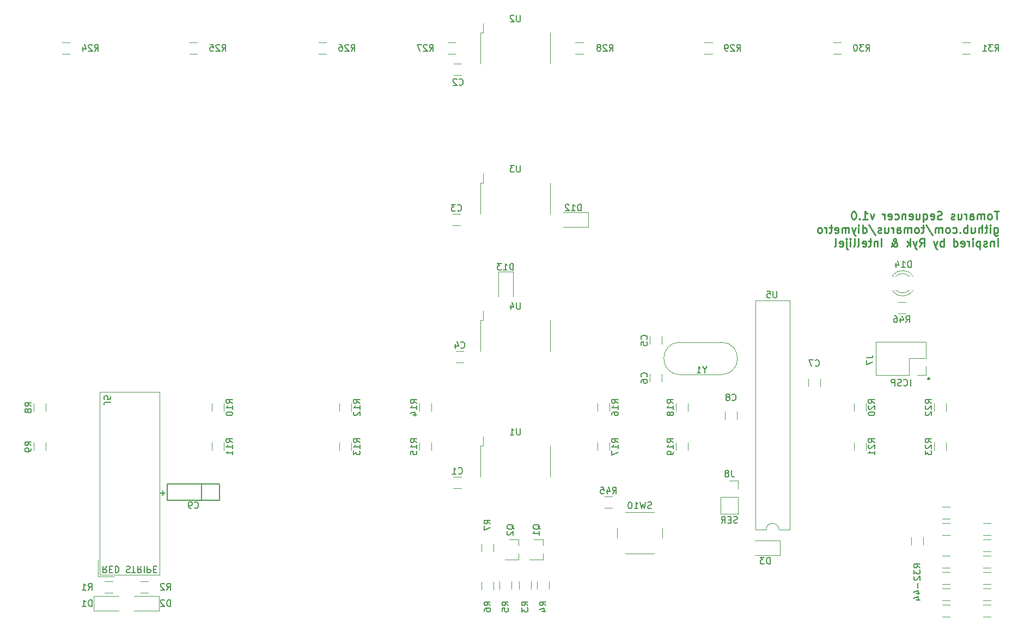
<source format=gbr>
G04 #@! TF.GenerationSoftware,KiCad,Pcbnew,5.0.2+dfsg1-1~bpo9+1*
G04 #@! TF.CreationDate,2019-09-09T21:30:10+02:00*
G04 #@! TF.ProjectId,diymetro,6469796d-6574-4726-9f2e-6b696361645f,rev?*
G04 #@! TF.SameCoordinates,Original*
G04 #@! TF.FileFunction,Legend,Bot*
G04 #@! TF.FilePolarity,Positive*
%FSLAX46Y46*%
G04 Gerber Fmt 4.6, Leading zero omitted, Abs format (unit mm)*
G04 Created by KiCad (PCBNEW 5.0.2+dfsg1-1~bpo9+1) date Mon 09 Sep 2019 09:30:10 PM CEST*
%MOMM*%
%LPD*%
G01*
G04 APERTURE LIST*
%ADD10C,0.200000*%
%ADD11C,0.300000*%
%ADD12C,0.250000*%
%ADD13C,0.150000*%
%ADD14C,0.120000*%
G04 APERTURE END LIST*
D10*
X212296190Y-97734380D02*
X212296190Y-96734380D01*
X211248571Y-97639142D02*
X211296190Y-97686761D01*
X211439047Y-97734380D01*
X211534285Y-97734380D01*
X211677142Y-97686761D01*
X211772380Y-97591523D01*
X211820000Y-97496285D01*
X211867619Y-97305809D01*
X211867619Y-97162952D01*
X211820000Y-96972476D01*
X211772380Y-96877238D01*
X211677142Y-96782000D01*
X211534285Y-96734380D01*
X211439047Y-96734380D01*
X211296190Y-96782000D01*
X211248571Y-96829619D01*
X210867619Y-97686761D02*
X210724761Y-97734380D01*
X210486666Y-97734380D01*
X210391428Y-97686761D01*
X210343809Y-97639142D01*
X210296190Y-97543904D01*
X210296190Y-97448666D01*
X210343809Y-97353428D01*
X210391428Y-97305809D01*
X210486666Y-97258190D01*
X210677142Y-97210571D01*
X210772380Y-97162952D01*
X210820000Y-97115333D01*
X210867619Y-97020095D01*
X210867619Y-96924857D01*
X210820000Y-96829619D01*
X210772380Y-96782000D01*
X210677142Y-96734380D01*
X210439047Y-96734380D01*
X210296190Y-96782000D01*
X209867619Y-97734380D02*
X209867619Y-96734380D01*
X209486666Y-96734380D01*
X209391428Y-96782000D01*
X209343809Y-96829619D01*
X209296190Y-96924857D01*
X209296190Y-97067714D01*
X209343809Y-97162952D01*
X209391428Y-97210571D01*
X209486666Y-97258190D01*
X209867619Y-97258190D01*
X185388095Y-119022761D02*
X185245238Y-119070380D01*
X185007142Y-119070380D01*
X184911904Y-119022761D01*
X184864285Y-118975142D01*
X184816666Y-118879904D01*
X184816666Y-118784666D01*
X184864285Y-118689428D01*
X184911904Y-118641809D01*
X185007142Y-118594190D01*
X185197619Y-118546571D01*
X185292857Y-118498952D01*
X185340476Y-118451333D01*
X185388095Y-118356095D01*
X185388095Y-118260857D01*
X185340476Y-118165619D01*
X185292857Y-118118000D01*
X185197619Y-118070380D01*
X184959523Y-118070380D01*
X184816666Y-118118000D01*
X184388095Y-118546571D02*
X184054761Y-118546571D01*
X183911904Y-119070380D02*
X184388095Y-119070380D01*
X184388095Y-118070380D01*
X183911904Y-118070380D01*
X182911904Y-119070380D02*
X183245238Y-118594190D01*
X183483333Y-119070380D02*
X183483333Y-118070380D01*
X183102380Y-118070380D01*
X183007142Y-118118000D01*
X182959523Y-118165619D01*
X182911904Y-118260857D01*
X182911904Y-118403714D01*
X182959523Y-118498952D01*
X183007142Y-118546571D01*
X183102380Y-118594190D01*
X183483333Y-118594190D01*
D11*
X215138000Y-96547714D02*
X215066571Y-96619142D01*
X215138000Y-96690571D01*
X215209428Y-96619142D01*
X215138000Y-96547714D01*
X215138000Y-96690571D01*
D12*
X226032452Y-70596476D02*
X225318166Y-70596476D01*
X225675309Y-71846476D02*
X225675309Y-70596476D01*
X224722928Y-71846476D02*
X224841976Y-71786952D01*
X224901500Y-71727428D01*
X224961023Y-71608380D01*
X224961023Y-71251238D01*
X224901500Y-71132190D01*
X224841976Y-71072666D01*
X224722928Y-71013142D01*
X224544357Y-71013142D01*
X224425309Y-71072666D01*
X224365785Y-71132190D01*
X224306261Y-71251238D01*
X224306261Y-71608380D01*
X224365785Y-71727428D01*
X224425309Y-71786952D01*
X224544357Y-71846476D01*
X224722928Y-71846476D01*
X223770547Y-71846476D02*
X223770547Y-71013142D01*
X223770547Y-71132190D02*
X223711023Y-71072666D01*
X223591976Y-71013142D01*
X223413404Y-71013142D01*
X223294357Y-71072666D01*
X223234833Y-71191714D01*
X223234833Y-71846476D01*
X223234833Y-71191714D02*
X223175309Y-71072666D01*
X223056261Y-71013142D01*
X222877690Y-71013142D01*
X222758642Y-71072666D01*
X222699119Y-71191714D01*
X222699119Y-71846476D01*
X221568166Y-71846476D02*
X221568166Y-71191714D01*
X221627690Y-71072666D01*
X221746738Y-71013142D01*
X221984833Y-71013142D01*
X222103880Y-71072666D01*
X221568166Y-71786952D02*
X221687214Y-71846476D01*
X221984833Y-71846476D01*
X222103880Y-71786952D01*
X222163404Y-71667904D01*
X222163404Y-71548857D01*
X222103880Y-71429809D01*
X221984833Y-71370285D01*
X221687214Y-71370285D01*
X221568166Y-71310761D01*
X220972928Y-71846476D02*
X220972928Y-71013142D01*
X220972928Y-71251238D02*
X220913404Y-71132190D01*
X220853880Y-71072666D01*
X220734833Y-71013142D01*
X220615785Y-71013142D01*
X219663404Y-71013142D02*
X219663404Y-71846476D01*
X220199119Y-71013142D02*
X220199119Y-71667904D01*
X220139595Y-71786952D01*
X220020547Y-71846476D01*
X219841976Y-71846476D01*
X219722928Y-71786952D01*
X219663404Y-71727428D01*
X219127690Y-71786952D02*
X219008642Y-71846476D01*
X218770547Y-71846476D01*
X218651500Y-71786952D01*
X218591976Y-71667904D01*
X218591976Y-71608380D01*
X218651500Y-71489333D01*
X218770547Y-71429809D01*
X218949119Y-71429809D01*
X219068166Y-71370285D01*
X219127690Y-71251238D01*
X219127690Y-71191714D01*
X219068166Y-71072666D01*
X218949119Y-71013142D01*
X218770547Y-71013142D01*
X218651500Y-71072666D01*
X217163404Y-71786952D02*
X216984833Y-71846476D01*
X216687214Y-71846476D01*
X216568166Y-71786952D01*
X216508642Y-71727428D01*
X216449119Y-71608380D01*
X216449119Y-71489333D01*
X216508642Y-71370285D01*
X216568166Y-71310761D01*
X216687214Y-71251238D01*
X216925309Y-71191714D01*
X217044357Y-71132190D01*
X217103880Y-71072666D01*
X217163404Y-70953619D01*
X217163404Y-70834571D01*
X217103880Y-70715523D01*
X217044357Y-70656000D01*
X216925309Y-70596476D01*
X216627690Y-70596476D01*
X216449119Y-70656000D01*
X215437214Y-71786952D02*
X215556261Y-71846476D01*
X215794357Y-71846476D01*
X215913404Y-71786952D01*
X215972928Y-71667904D01*
X215972928Y-71191714D01*
X215913404Y-71072666D01*
X215794357Y-71013142D01*
X215556261Y-71013142D01*
X215437214Y-71072666D01*
X215377690Y-71191714D01*
X215377690Y-71310761D01*
X215972928Y-71429809D01*
X214306261Y-71013142D02*
X214306261Y-72263142D01*
X214306261Y-71786952D02*
X214425309Y-71846476D01*
X214663404Y-71846476D01*
X214782452Y-71786952D01*
X214841976Y-71727428D01*
X214901500Y-71608380D01*
X214901500Y-71251238D01*
X214841976Y-71132190D01*
X214782452Y-71072666D01*
X214663404Y-71013142D01*
X214425309Y-71013142D01*
X214306261Y-71072666D01*
X213175309Y-71013142D02*
X213175309Y-71846476D01*
X213711023Y-71013142D02*
X213711023Y-71667904D01*
X213651500Y-71786952D01*
X213532452Y-71846476D01*
X213353880Y-71846476D01*
X213234833Y-71786952D01*
X213175309Y-71727428D01*
X212103880Y-71786952D02*
X212222928Y-71846476D01*
X212461023Y-71846476D01*
X212580071Y-71786952D01*
X212639595Y-71667904D01*
X212639595Y-71191714D01*
X212580071Y-71072666D01*
X212461023Y-71013142D01*
X212222928Y-71013142D01*
X212103880Y-71072666D01*
X212044357Y-71191714D01*
X212044357Y-71310761D01*
X212639595Y-71429809D01*
X211508642Y-71013142D02*
X211508642Y-71846476D01*
X211508642Y-71132190D02*
X211449119Y-71072666D01*
X211330071Y-71013142D01*
X211151500Y-71013142D01*
X211032452Y-71072666D01*
X210972928Y-71191714D01*
X210972928Y-71846476D01*
X209841976Y-71786952D02*
X209961023Y-71846476D01*
X210199119Y-71846476D01*
X210318166Y-71786952D01*
X210377690Y-71727428D01*
X210437214Y-71608380D01*
X210437214Y-71251238D01*
X210377690Y-71132190D01*
X210318166Y-71072666D01*
X210199119Y-71013142D01*
X209961023Y-71013142D01*
X209841976Y-71072666D01*
X208830071Y-71786952D02*
X208949119Y-71846476D01*
X209187214Y-71846476D01*
X209306261Y-71786952D01*
X209365785Y-71667904D01*
X209365785Y-71191714D01*
X209306261Y-71072666D01*
X209187214Y-71013142D01*
X208949119Y-71013142D01*
X208830071Y-71072666D01*
X208770547Y-71191714D01*
X208770547Y-71310761D01*
X209365785Y-71429809D01*
X208234833Y-71846476D02*
X208234833Y-71013142D01*
X208234833Y-71251238D02*
X208175309Y-71132190D01*
X208115785Y-71072666D01*
X207996738Y-71013142D01*
X207877690Y-71013142D01*
X206627690Y-71013142D02*
X206330071Y-71846476D01*
X206032452Y-71013142D01*
X204901500Y-71846476D02*
X205615785Y-71846476D01*
X205258642Y-71846476D02*
X205258642Y-70596476D01*
X205377690Y-70775047D01*
X205496738Y-70894095D01*
X205615785Y-70953619D01*
X204365785Y-71727428D02*
X204306261Y-71786952D01*
X204365785Y-71846476D01*
X204425309Y-71786952D01*
X204365785Y-71727428D01*
X204365785Y-71846476D01*
X203532452Y-70596476D02*
X203413404Y-70596476D01*
X203294357Y-70656000D01*
X203234833Y-70715523D01*
X203175309Y-70834571D01*
X203115785Y-71072666D01*
X203115785Y-71370285D01*
X203175309Y-71608380D01*
X203234833Y-71727428D01*
X203294357Y-71786952D01*
X203413404Y-71846476D01*
X203532452Y-71846476D01*
X203651500Y-71786952D01*
X203711023Y-71727428D01*
X203770547Y-71608380D01*
X203830071Y-71370285D01*
X203830071Y-71072666D01*
X203770547Y-70834571D01*
X203711023Y-70715523D01*
X203651500Y-70656000D01*
X203532452Y-70596476D01*
X225318166Y-73138142D02*
X225318166Y-74150047D01*
X225377690Y-74269095D01*
X225437214Y-74328619D01*
X225556261Y-74388142D01*
X225734833Y-74388142D01*
X225853880Y-74328619D01*
X225318166Y-73911952D02*
X225437214Y-73971476D01*
X225675309Y-73971476D01*
X225794357Y-73911952D01*
X225853880Y-73852428D01*
X225913404Y-73733380D01*
X225913404Y-73376238D01*
X225853880Y-73257190D01*
X225794357Y-73197666D01*
X225675309Y-73138142D01*
X225437214Y-73138142D01*
X225318166Y-73197666D01*
X224722928Y-73971476D02*
X224722928Y-73138142D01*
X224722928Y-72721476D02*
X224782452Y-72781000D01*
X224722928Y-72840523D01*
X224663404Y-72781000D01*
X224722928Y-72721476D01*
X224722928Y-72840523D01*
X224306261Y-73138142D02*
X223830071Y-73138142D01*
X224127690Y-72721476D02*
X224127690Y-73792904D01*
X224068166Y-73911952D01*
X223949119Y-73971476D01*
X223830071Y-73971476D01*
X223413404Y-73971476D02*
X223413404Y-72721476D01*
X222877690Y-73971476D02*
X222877690Y-73316714D01*
X222937214Y-73197666D01*
X223056261Y-73138142D01*
X223234833Y-73138142D01*
X223353880Y-73197666D01*
X223413404Y-73257190D01*
X221746738Y-73138142D02*
X221746738Y-73971476D01*
X222282452Y-73138142D02*
X222282452Y-73792904D01*
X222222928Y-73911952D01*
X222103880Y-73971476D01*
X221925309Y-73971476D01*
X221806261Y-73911952D01*
X221746738Y-73852428D01*
X221151500Y-73971476D02*
X221151500Y-72721476D01*
X221151500Y-73197666D02*
X221032452Y-73138142D01*
X220794357Y-73138142D01*
X220675309Y-73197666D01*
X220615785Y-73257190D01*
X220556261Y-73376238D01*
X220556261Y-73733380D01*
X220615785Y-73852428D01*
X220675309Y-73911952D01*
X220794357Y-73971476D01*
X221032452Y-73971476D01*
X221151500Y-73911952D01*
X220020547Y-73852428D02*
X219961023Y-73911952D01*
X220020547Y-73971476D01*
X220080071Y-73911952D01*
X220020547Y-73852428D01*
X220020547Y-73971476D01*
X218889595Y-73911952D02*
X219008642Y-73971476D01*
X219246738Y-73971476D01*
X219365785Y-73911952D01*
X219425309Y-73852428D01*
X219484833Y-73733380D01*
X219484833Y-73376238D01*
X219425309Y-73257190D01*
X219365785Y-73197666D01*
X219246738Y-73138142D01*
X219008642Y-73138142D01*
X218889595Y-73197666D01*
X218175309Y-73971476D02*
X218294357Y-73911952D01*
X218353880Y-73852428D01*
X218413404Y-73733380D01*
X218413404Y-73376238D01*
X218353880Y-73257190D01*
X218294357Y-73197666D01*
X218175309Y-73138142D01*
X217996738Y-73138142D01*
X217877690Y-73197666D01*
X217818166Y-73257190D01*
X217758642Y-73376238D01*
X217758642Y-73733380D01*
X217818166Y-73852428D01*
X217877690Y-73911952D01*
X217996738Y-73971476D01*
X218175309Y-73971476D01*
X217222928Y-73971476D02*
X217222928Y-73138142D01*
X217222928Y-73257190D02*
X217163404Y-73197666D01*
X217044357Y-73138142D01*
X216865785Y-73138142D01*
X216746738Y-73197666D01*
X216687214Y-73316714D01*
X216687214Y-73971476D01*
X216687214Y-73316714D02*
X216627690Y-73197666D01*
X216508642Y-73138142D01*
X216330071Y-73138142D01*
X216211023Y-73197666D01*
X216151500Y-73316714D01*
X216151500Y-73971476D01*
X214663404Y-72661952D02*
X215734833Y-74269095D01*
X214425309Y-73138142D02*
X213949119Y-73138142D01*
X214246738Y-72721476D02*
X214246738Y-73792904D01*
X214187214Y-73911952D01*
X214068166Y-73971476D01*
X213949119Y-73971476D01*
X213353880Y-73971476D02*
X213472928Y-73911952D01*
X213532452Y-73852428D01*
X213591976Y-73733380D01*
X213591976Y-73376238D01*
X213532452Y-73257190D01*
X213472928Y-73197666D01*
X213353880Y-73138142D01*
X213175309Y-73138142D01*
X213056261Y-73197666D01*
X212996738Y-73257190D01*
X212937214Y-73376238D01*
X212937214Y-73733380D01*
X212996738Y-73852428D01*
X213056261Y-73911952D01*
X213175309Y-73971476D01*
X213353880Y-73971476D01*
X212401500Y-73971476D02*
X212401500Y-73138142D01*
X212401500Y-73257190D02*
X212341976Y-73197666D01*
X212222928Y-73138142D01*
X212044357Y-73138142D01*
X211925309Y-73197666D01*
X211865785Y-73316714D01*
X211865785Y-73971476D01*
X211865785Y-73316714D02*
X211806261Y-73197666D01*
X211687214Y-73138142D01*
X211508642Y-73138142D01*
X211389595Y-73197666D01*
X211330071Y-73316714D01*
X211330071Y-73971476D01*
X210199119Y-73971476D02*
X210199119Y-73316714D01*
X210258642Y-73197666D01*
X210377690Y-73138142D01*
X210615785Y-73138142D01*
X210734833Y-73197666D01*
X210199119Y-73911952D02*
X210318166Y-73971476D01*
X210615785Y-73971476D01*
X210734833Y-73911952D01*
X210794357Y-73792904D01*
X210794357Y-73673857D01*
X210734833Y-73554809D01*
X210615785Y-73495285D01*
X210318166Y-73495285D01*
X210199119Y-73435761D01*
X209603880Y-73971476D02*
X209603880Y-73138142D01*
X209603880Y-73376238D02*
X209544357Y-73257190D01*
X209484833Y-73197666D01*
X209365785Y-73138142D01*
X209246738Y-73138142D01*
X208294357Y-73138142D02*
X208294357Y-73971476D01*
X208830071Y-73138142D02*
X208830071Y-73792904D01*
X208770547Y-73911952D01*
X208651500Y-73971476D01*
X208472928Y-73971476D01*
X208353880Y-73911952D01*
X208294357Y-73852428D01*
X207758642Y-73911952D02*
X207639595Y-73971476D01*
X207401500Y-73971476D01*
X207282452Y-73911952D01*
X207222928Y-73792904D01*
X207222928Y-73733380D01*
X207282452Y-73614333D01*
X207401500Y-73554809D01*
X207580071Y-73554809D01*
X207699119Y-73495285D01*
X207758642Y-73376238D01*
X207758642Y-73316714D01*
X207699119Y-73197666D01*
X207580071Y-73138142D01*
X207401500Y-73138142D01*
X207282452Y-73197666D01*
X205794357Y-72661952D02*
X206865785Y-74269095D01*
X204841976Y-73971476D02*
X204841976Y-72721476D01*
X204841976Y-73911952D02*
X204961023Y-73971476D01*
X205199119Y-73971476D01*
X205318166Y-73911952D01*
X205377690Y-73852428D01*
X205437214Y-73733380D01*
X205437214Y-73376238D01*
X205377690Y-73257190D01*
X205318166Y-73197666D01*
X205199119Y-73138142D01*
X204961023Y-73138142D01*
X204841976Y-73197666D01*
X204246738Y-73971476D02*
X204246738Y-73138142D01*
X204246738Y-72721476D02*
X204306261Y-72781000D01*
X204246738Y-72840523D01*
X204187214Y-72781000D01*
X204246738Y-72721476D01*
X204246738Y-72840523D01*
X203770547Y-73138142D02*
X203472928Y-73971476D01*
X203175309Y-73138142D02*
X203472928Y-73971476D01*
X203591976Y-74269095D01*
X203651500Y-74328619D01*
X203770547Y-74388142D01*
X202699119Y-73971476D02*
X202699119Y-73138142D01*
X202699119Y-73257190D02*
X202639595Y-73197666D01*
X202520547Y-73138142D01*
X202341976Y-73138142D01*
X202222928Y-73197666D01*
X202163404Y-73316714D01*
X202163404Y-73971476D01*
X202163404Y-73316714D02*
X202103880Y-73197666D01*
X201984833Y-73138142D01*
X201806261Y-73138142D01*
X201687214Y-73197666D01*
X201627690Y-73316714D01*
X201627690Y-73971476D01*
X200556261Y-73911952D02*
X200675309Y-73971476D01*
X200913404Y-73971476D01*
X201032452Y-73911952D01*
X201091976Y-73792904D01*
X201091976Y-73316714D01*
X201032452Y-73197666D01*
X200913404Y-73138142D01*
X200675309Y-73138142D01*
X200556261Y-73197666D01*
X200496738Y-73316714D01*
X200496738Y-73435761D01*
X201091976Y-73554809D01*
X200139595Y-73138142D02*
X199663404Y-73138142D01*
X199961023Y-72721476D02*
X199961023Y-73792904D01*
X199901500Y-73911952D01*
X199782452Y-73971476D01*
X199663404Y-73971476D01*
X199246738Y-73971476D02*
X199246738Y-73138142D01*
X199246738Y-73376238D02*
X199187214Y-73257190D01*
X199127690Y-73197666D01*
X199008642Y-73138142D01*
X198889595Y-73138142D01*
X198294357Y-73971476D02*
X198413404Y-73911952D01*
X198472928Y-73852428D01*
X198532452Y-73733380D01*
X198532452Y-73376238D01*
X198472928Y-73257190D01*
X198413404Y-73197666D01*
X198294357Y-73138142D01*
X198115785Y-73138142D01*
X197996738Y-73197666D01*
X197937214Y-73257190D01*
X197877690Y-73376238D01*
X197877690Y-73733380D01*
X197937214Y-73852428D01*
X197996738Y-73911952D01*
X198115785Y-73971476D01*
X198294357Y-73971476D01*
X225853880Y-76096476D02*
X225853880Y-74846476D01*
X225258642Y-75263142D02*
X225258642Y-76096476D01*
X225258642Y-75382190D02*
X225199119Y-75322666D01*
X225080071Y-75263142D01*
X224901500Y-75263142D01*
X224782452Y-75322666D01*
X224722928Y-75441714D01*
X224722928Y-76096476D01*
X224187214Y-76036952D02*
X224068166Y-76096476D01*
X223830071Y-76096476D01*
X223711023Y-76036952D01*
X223651500Y-75917904D01*
X223651500Y-75858380D01*
X223711023Y-75739333D01*
X223830071Y-75679809D01*
X224008642Y-75679809D01*
X224127690Y-75620285D01*
X224187214Y-75501238D01*
X224187214Y-75441714D01*
X224127690Y-75322666D01*
X224008642Y-75263142D01*
X223830071Y-75263142D01*
X223711023Y-75322666D01*
X223115785Y-75263142D02*
X223115785Y-76513142D01*
X223115785Y-75322666D02*
X222996738Y-75263142D01*
X222758642Y-75263142D01*
X222639595Y-75322666D01*
X222580071Y-75382190D01*
X222520547Y-75501238D01*
X222520547Y-75858380D01*
X222580071Y-75977428D01*
X222639595Y-76036952D01*
X222758642Y-76096476D01*
X222996738Y-76096476D01*
X223115785Y-76036952D01*
X221984833Y-76096476D02*
X221984833Y-75263142D01*
X221984833Y-74846476D02*
X222044357Y-74906000D01*
X221984833Y-74965523D01*
X221925309Y-74906000D01*
X221984833Y-74846476D01*
X221984833Y-74965523D01*
X221389595Y-76096476D02*
X221389595Y-75263142D01*
X221389595Y-75501238D02*
X221330071Y-75382190D01*
X221270547Y-75322666D01*
X221151500Y-75263142D01*
X221032452Y-75263142D01*
X220139595Y-76036952D02*
X220258642Y-76096476D01*
X220496738Y-76096476D01*
X220615785Y-76036952D01*
X220675309Y-75917904D01*
X220675309Y-75441714D01*
X220615785Y-75322666D01*
X220496738Y-75263142D01*
X220258642Y-75263142D01*
X220139595Y-75322666D01*
X220080071Y-75441714D01*
X220080071Y-75560761D01*
X220675309Y-75679809D01*
X219008642Y-76096476D02*
X219008642Y-74846476D01*
X219008642Y-76036952D02*
X219127690Y-76096476D01*
X219365785Y-76096476D01*
X219484833Y-76036952D01*
X219544357Y-75977428D01*
X219603880Y-75858380D01*
X219603880Y-75501238D01*
X219544357Y-75382190D01*
X219484833Y-75322666D01*
X219365785Y-75263142D01*
X219127690Y-75263142D01*
X219008642Y-75322666D01*
X217461023Y-76096476D02*
X217461023Y-74846476D01*
X217461023Y-75322666D02*
X217341976Y-75263142D01*
X217103880Y-75263142D01*
X216984833Y-75322666D01*
X216925309Y-75382190D01*
X216865785Y-75501238D01*
X216865785Y-75858380D01*
X216925309Y-75977428D01*
X216984833Y-76036952D01*
X217103880Y-76096476D01*
X217341976Y-76096476D01*
X217461023Y-76036952D01*
X216449119Y-75263142D02*
X216151500Y-76096476D01*
X215853880Y-75263142D02*
X216151500Y-76096476D01*
X216270547Y-76394095D01*
X216330071Y-76453619D01*
X216449119Y-76513142D01*
X213711023Y-76096476D02*
X214127690Y-75501238D01*
X214425309Y-76096476D02*
X214425309Y-74846476D01*
X213949119Y-74846476D01*
X213830071Y-74906000D01*
X213770547Y-74965523D01*
X213711023Y-75084571D01*
X213711023Y-75263142D01*
X213770547Y-75382190D01*
X213830071Y-75441714D01*
X213949119Y-75501238D01*
X214425309Y-75501238D01*
X213294357Y-75263142D02*
X212996738Y-76096476D01*
X212699119Y-75263142D02*
X212996738Y-76096476D01*
X213115785Y-76394095D01*
X213175309Y-76453619D01*
X213294357Y-76513142D01*
X212222928Y-76096476D02*
X212222928Y-74846476D01*
X212103880Y-75620285D02*
X211746738Y-76096476D01*
X211746738Y-75263142D02*
X212222928Y-75739333D01*
X209246738Y-76096476D02*
X209306261Y-76096476D01*
X209425309Y-76036952D01*
X209603880Y-75858380D01*
X209901500Y-75501238D01*
X210020547Y-75322666D01*
X210080071Y-75144095D01*
X210080071Y-75025047D01*
X210020547Y-74906000D01*
X209901500Y-74846476D01*
X209841976Y-74846476D01*
X209722928Y-74906000D01*
X209663404Y-75025047D01*
X209663404Y-75084571D01*
X209722928Y-75203619D01*
X209782452Y-75263142D01*
X210139595Y-75501238D01*
X210199119Y-75560761D01*
X210258642Y-75679809D01*
X210258642Y-75858380D01*
X210199119Y-75977428D01*
X210139595Y-76036952D01*
X210020547Y-76096476D01*
X209841976Y-76096476D01*
X209722928Y-76036952D01*
X209663404Y-75977428D01*
X209484833Y-75739333D01*
X209425309Y-75560761D01*
X209425309Y-75441714D01*
X207758642Y-76096476D02*
X207758642Y-74846476D01*
X207163404Y-75263142D02*
X207163404Y-76096476D01*
X207163404Y-75382190D02*
X207103880Y-75322666D01*
X206984833Y-75263142D01*
X206806261Y-75263142D01*
X206687214Y-75322666D01*
X206627690Y-75441714D01*
X206627690Y-76096476D01*
X206211023Y-75263142D02*
X205734833Y-75263142D01*
X206032452Y-74846476D02*
X206032452Y-75917904D01*
X205972928Y-76036952D01*
X205853880Y-76096476D01*
X205734833Y-76096476D01*
X204841976Y-76036952D02*
X204961023Y-76096476D01*
X205199119Y-76096476D01*
X205318166Y-76036952D01*
X205377690Y-75917904D01*
X205377690Y-75441714D01*
X205318166Y-75322666D01*
X205199119Y-75263142D01*
X204961023Y-75263142D01*
X204841976Y-75322666D01*
X204782452Y-75441714D01*
X204782452Y-75560761D01*
X205377690Y-75679809D01*
X204068166Y-76096476D02*
X204187214Y-76036952D01*
X204246738Y-75917904D01*
X204246738Y-74846476D01*
X203413404Y-76096476D02*
X203532452Y-76036952D01*
X203591976Y-75917904D01*
X203591976Y-74846476D01*
X202937214Y-76096476D02*
X202937214Y-75263142D01*
X202937214Y-74846476D02*
X202996738Y-74906000D01*
X202937214Y-74965523D01*
X202877690Y-74906000D01*
X202937214Y-74846476D01*
X202937214Y-74965523D01*
X202341976Y-75263142D02*
X202341976Y-76334571D01*
X202401500Y-76453619D01*
X202520547Y-76513142D01*
X202580071Y-76513142D01*
X202341976Y-74846476D02*
X202401500Y-74906000D01*
X202341976Y-74965523D01*
X202282452Y-74906000D01*
X202341976Y-74846476D01*
X202341976Y-74965523D01*
X201270547Y-76036952D02*
X201389595Y-76096476D01*
X201627690Y-76096476D01*
X201746738Y-76036952D01*
X201806261Y-75917904D01*
X201806261Y-75441714D01*
X201746738Y-75322666D01*
X201627690Y-75263142D01*
X201389595Y-75263142D01*
X201270547Y-75322666D01*
X201211023Y-75441714D01*
X201211023Y-75560761D01*
X201806261Y-75679809D01*
X200496738Y-76096476D02*
X200615785Y-76036952D01*
X200675309Y-75917904D01*
X200675309Y-74846476D01*
D13*
X87360571Y-125785619D02*
X87027238Y-126261809D01*
X86789142Y-125785619D02*
X86789142Y-126785619D01*
X87170095Y-126785619D01*
X87265333Y-126738000D01*
X87312952Y-126690380D01*
X87360571Y-126595142D01*
X87360571Y-126452285D01*
X87312952Y-126357047D01*
X87265333Y-126309428D01*
X87170095Y-126261809D01*
X86789142Y-126261809D01*
X87789142Y-126309428D02*
X88122476Y-126309428D01*
X88265333Y-125785619D02*
X87789142Y-125785619D01*
X87789142Y-126785619D01*
X88265333Y-126785619D01*
X88693904Y-125785619D02*
X88693904Y-126785619D01*
X88932000Y-126785619D01*
X89074857Y-126738000D01*
X89170095Y-126642761D01*
X89217714Y-126547523D01*
X89265333Y-126357047D01*
X89265333Y-126214190D01*
X89217714Y-126023714D01*
X89170095Y-125928476D01*
X89074857Y-125833238D01*
X88932000Y-125785619D01*
X88693904Y-125785619D01*
X90408190Y-125833238D02*
X90551047Y-125785619D01*
X90789142Y-125785619D01*
X90884380Y-125833238D01*
X90932000Y-125880857D01*
X90979619Y-125976095D01*
X90979619Y-126071333D01*
X90932000Y-126166571D01*
X90884380Y-126214190D01*
X90789142Y-126261809D01*
X90598666Y-126309428D01*
X90503428Y-126357047D01*
X90455809Y-126404666D01*
X90408190Y-126499904D01*
X90408190Y-126595142D01*
X90455809Y-126690380D01*
X90503428Y-126738000D01*
X90598666Y-126785619D01*
X90836761Y-126785619D01*
X90979619Y-126738000D01*
X91265333Y-126785619D02*
X91836761Y-126785619D01*
X91551047Y-125785619D02*
X91551047Y-126785619D01*
X92741523Y-125785619D02*
X92408190Y-126261809D01*
X92170095Y-125785619D02*
X92170095Y-126785619D01*
X92551047Y-126785619D01*
X92646285Y-126738000D01*
X92693904Y-126690380D01*
X92741523Y-126595142D01*
X92741523Y-126452285D01*
X92693904Y-126357047D01*
X92646285Y-126309428D01*
X92551047Y-126261809D01*
X92170095Y-126261809D01*
X93170095Y-125785619D02*
X93170095Y-126785619D01*
X93646285Y-125785619D02*
X93646285Y-126785619D01*
X94027238Y-126785619D01*
X94122476Y-126738000D01*
X94170095Y-126690380D01*
X94217714Y-126595142D01*
X94217714Y-126452285D01*
X94170095Y-126357047D01*
X94122476Y-126309428D01*
X94027238Y-126261809D01*
X93646285Y-126261809D01*
X94646285Y-126309428D02*
X94979619Y-126309428D01*
X95122476Y-125785619D02*
X94646285Y-125785619D01*
X94646285Y-126785619D01*
X95122476Y-126785619D01*
X213812380Y-126055714D02*
X213336190Y-125722380D01*
X213812380Y-125484285D02*
X212812380Y-125484285D01*
X212812380Y-125865238D01*
X212860000Y-125960476D01*
X212907619Y-126008095D01*
X213002857Y-126055714D01*
X213145714Y-126055714D01*
X213240952Y-126008095D01*
X213288571Y-125960476D01*
X213336190Y-125865238D01*
X213336190Y-125484285D01*
X212812380Y-126389047D02*
X212812380Y-127008095D01*
X213193333Y-126674761D01*
X213193333Y-126817619D01*
X213240952Y-126912857D01*
X213288571Y-126960476D01*
X213383809Y-127008095D01*
X213621904Y-127008095D01*
X213717142Y-126960476D01*
X213764761Y-126912857D01*
X213812380Y-126817619D01*
X213812380Y-126531904D01*
X213764761Y-126436666D01*
X213717142Y-126389047D01*
X212907619Y-127389047D02*
X212860000Y-127436666D01*
X212812380Y-127531904D01*
X212812380Y-127770000D01*
X212860000Y-127865238D01*
X212907619Y-127912857D01*
X213002857Y-127960476D01*
X213098095Y-127960476D01*
X213240952Y-127912857D01*
X213812380Y-127341428D01*
X213812380Y-127960476D01*
X213431428Y-128389047D02*
X213431428Y-129150952D01*
X213145714Y-130055714D02*
X213812380Y-130055714D01*
X212764761Y-129817619D02*
X213479047Y-129579523D01*
X213479047Y-130198571D01*
X213145714Y-131008095D02*
X213812380Y-131008095D01*
X212764761Y-130770000D02*
X213479047Y-130531904D01*
X213479047Y-131150952D01*
D14*
G04 #@! TO.C,U1*
X145476000Y-107074000D02*
X145876000Y-107074000D01*
X145876000Y-107074000D02*
X145876000Y-105674000D01*
X145476000Y-107074000D02*
X145476000Y-111874000D01*
X156276000Y-107074000D02*
X156276000Y-111874000D01*
G04 #@! TO.C,R1*
X88268564Y-129942000D02*
X87064436Y-129942000D01*
X88268564Y-128122000D02*
X87064436Y-128122000D01*
G04 #@! TO.C,R2*
X92579436Y-128122000D02*
X93783564Y-128122000D01*
X92579436Y-129942000D02*
X93783564Y-129942000D01*
G04 #@! TO.C,R3*
X151490000Y-129380064D02*
X151490000Y-128175936D01*
X153310000Y-129380064D02*
X153310000Y-128175936D01*
G04 #@! TO.C,R4*
X156104000Y-128175936D02*
X156104000Y-129380064D01*
X154284000Y-128175936D02*
X154284000Y-129380064D01*
G04 #@! TO.C,R5*
X148442000Y-129380064D02*
X148442000Y-128175936D01*
X150262000Y-129380064D02*
X150262000Y-128175936D01*
G04 #@! TO.C,R6*
X145648000Y-129416564D02*
X145648000Y-128212436D01*
X147468000Y-129416564D02*
X147468000Y-128212436D01*
G04 #@! TO.C,R7*
X145648000Y-123538064D02*
X145648000Y-122333936D01*
X147468000Y-123538064D02*
X147468000Y-122333936D01*
G04 #@! TO.C,R8*
X76052000Y-101694064D02*
X76052000Y-100489936D01*
X77872000Y-101694064D02*
X77872000Y-100489936D01*
G04 #@! TO.C,R9*
X76052000Y-107790064D02*
X76052000Y-106585936D01*
X77872000Y-107790064D02*
X77872000Y-106585936D01*
G04 #@! TO.C,R10*
X103738000Y-101694064D02*
X103738000Y-100489936D01*
X105558000Y-101694064D02*
X105558000Y-100489936D01*
G04 #@! TO.C,R11*
X103738000Y-107790064D02*
X103738000Y-106585936D01*
X105558000Y-107790064D02*
X105558000Y-106585936D01*
G04 #@! TO.C,R12*
X123550000Y-101694064D02*
X123550000Y-100489936D01*
X125370000Y-101694064D02*
X125370000Y-100489936D01*
G04 #@! TO.C,R13*
X123550000Y-107790064D02*
X123550000Y-106585936D01*
X125370000Y-107790064D02*
X125370000Y-106585936D01*
G04 #@! TO.C,R14*
X135996000Y-101694064D02*
X135996000Y-100489936D01*
X137816000Y-101694064D02*
X137816000Y-100489936D01*
G04 #@! TO.C,R15*
X135996000Y-107790064D02*
X135996000Y-106585936D01*
X137816000Y-107790064D02*
X137816000Y-106585936D01*
G04 #@! TO.C,R16*
X163682000Y-101694064D02*
X163682000Y-100489936D01*
X165502000Y-101694064D02*
X165502000Y-100489936D01*
G04 #@! TO.C,R17*
X163682000Y-107790064D02*
X163682000Y-106585936D01*
X165502000Y-107790064D02*
X165502000Y-106585936D01*
G04 #@! TO.C,R18*
X175874000Y-101694064D02*
X175874000Y-100489936D01*
X177694000Y-101694064D02*
X177694000Y-100489936D01*
G04 #@! TO.C,R19*
X175874000Y-107790064D02*
X175874000Y-106585936D01*
X177694000Y-107790064D02*
X177694000Y-106585936D01*
G04 #@! TO.C,R20*
X203560000Y-101694064D02*
X203560000Y-100489936D01*
X205380000Y-101694064D02*
X205380000Y-100489936D01*
G04 #@! TO.C,R21*
X203560000Y-107790064D02*
X203560000Y-106585936D01*
X205380000Y-107790064D02*
X205380000Y-106585936D01*
G04 #@! TO.C,R22*
X216006000Y-101694064D02*
X216006000Y-100489936D01*
X217826000Y-101694064D02*
X217826000Y-100489936D01*
G04 #@! TO.C,R23*
X216006000Y-107790064D02*
X216006000Y-106585936D01*
X217826000Y-107790064D02*
X217826000Y-106585936D01*
G04 #@! TO.C,R24*
X80387436Y-44302000D02*
X81591564Y-44302000D01*
X80387436Y-46122000D02*
X81591564Y-46122000D01*
G04 #@! TO.C,R25*
X100235936Y-44302000D02*
X101440064Y-44302000D01*
X100235936Y-46122000D02*
X101440064Y-46122000D01*
G04 #@! TO.C,R26*
X120301936Y-44302000D02*
X121506064Y-44302000D01*
X120301936Y-46122000D02*
X121506064Y-46122000D01*
G04 #@! TO.C,R27*
X140331436Y-44302000D02*
X141535564Y-44302000D01*
X140331436Y-46122000D02*
X141535564Y-46122000D01*
G04 #@! TO.C,R28*
X160216436Y-44302000D02*
X161420564Y-44302000D01*
X160216436Y-46122000D02*
X161420564Y-46122000D01*
G04 #@! TO.C,R29*
X180282436Y-44302000D02*
X181486564Y-44302000D01*
X180282436Y-46122000D02*
X181486564Y-46122000D01*
G04 #@! TO.C,R30*
X200311936Y-44302000D02*
X201516064Y-44302000D01*
X200311936Y-46122000D02*
X201516064Y-46122000D01*
G04 #@! TO.C,R31*
X220341436Y-44302000D02*
X221545564Y-44302000D01*
X220341436Y-46122000D02*
X221545564Y-46122000D01*
G04 #@! TO.C,R32*
X214270000Y-121317936D02*
X214270000Y-122522064D01*
X212450000Y-121317936D02*
X212450000Y-122522064D01*
G04 #@! TO.C,R33*
X218407064Y-120925000D02*
X217202936Y-120925000D01*
X218407064Y-119105000D02*
X217202936Y-119105000D01*
G04 #@! TO.C,R34*
X218407064Y-118385000D02*
X217202936Y-118385000D01*
X218407064Y-116565000D02*
X217202936Y-116565000D01*
G04 #@! TO.C,R35*
X224757064Y-120925000D02*
X223552936Y-120925000D01*
X224757064Y-119105000D02*
X223552936Y-119105000D01*
G04 #@! TO.C,R36*
X224757064Y-123465000D02*
X223552936Y-123465000D01*
X224757064Y-121645000D02*
X223552936Y-121645000D01*
G04 #@! TO.C,R37*
X224757064Y-126005000D02*
X223552936Y-126005000D01*
X224757064Y-124185000D02*
X223552936Y-124185000D01*
G04 #@! TO.C,R38*
X223552936Y-126725000D02*
X224757064Y-126725000D01*
X223552936Y-128545000D02*
X224757064Y-128545000D01*
G04 #@! TO.C,R39*
X223552936Y-129265000D02*
X224757064Y-129265000D01*
X223552936Y-131085000D02*
X224757064Y-131085000D01*
G04 #@! TO.C,R40*
X223552936Y-131805000D02*
X224757064Y-131805000D01*
X223552936Y-133625000D02*
X224757064Y-133625000D01*
G04 #@! TO.C,R41*
X217202936Y-131805000D02*
X218407064Y-131805000D01*
X217202936Y-133625000D02*
X218407064Y-133625000D01*
G04 #@! TO.C,R42*
X217202936Y-129265000D02*
X218407064Y-129265000D01*
X217202936Y-131085000D02*
X218407064Y-131085000D01*
G04 #@! TO.C,R43*
X217202936Y-126725000D02*
X218407064Y-126725000D01*
X217202936Y-128545000D02*
X218407064Y-128545000D01*
G04 #@! TO.C,R44*
X217202936Y-124185000D02*
X218407064Y-124185000D01*
X217202936Y-126005000D02*
X218407064Y-126005000D01*
G04 #@! TO.C,R45*
X164751936Y-114914000D02*
X165956064Y-114914000D01*
X164751936Y-116734000D02*
X165956064Y-116734000D01*
G04 #@! TO.C,Y1*
X176478000Y-95997000D02*
G75*
G02X176478000Y-90947000I0J2525000D01*
G01*
X182878000Y-95997000D02*
G75*
G03X182878000Y-90947000I0J2525000D01*
G01*
X182878000Y-95997000D02*
X176478000Y-95997000D01*
X182878000Y-90947000D02*
X176478000Y-90947000D01*
G04 #@! TO.C,C1*
X141253936Y-111866000D02*
X142458064Y-111866000D01*
X141253936Y-113686000D02*
X142458064Y-113686000D01*
G04 #@! TO.C,C2*
X141259936Y-47604000D02*
X142464064Y-47604000D01*
X141259936Y-49424000D02*
X142464064Y-49424000D01*
G04 #@! TO.C,C3*
X141129936Y-70972000D02*
X142334064Y-70972000D01*
X141129936Y-72792000D02*
X142334064Y-72792000D01*
G04 #@! TO.C,C4*
X141637936Y-92308000D02*
X142842064Y-92308000D01*
X141637936Y-94128000D02*
X142842064Y-94128000D01*
G04 #@! TO.C,D1*
X85345000Y-130437000D02*
X89230000Y-130437000D01*
X85345000Y-132707000D02*
X85345000Y-130437000D01*
X89230000Y-132707000D02*
X85345000Y-132707000D01*
G04 #@! TO.C,D2*
X91618000Y-130437000D02*
X95503000Y-130437000D01*
X95503000Y-130437000D02*
X95503000Y-132707000D01*
X95503000Y-132707000D02*
X91618000Y-132707000D01*
G04 #@! TO.C,D3*
X192023000Y-124071000D02*
X188138000Y-124071000D01*
X192023000Y-121801000D02*
X192023000Y-124071000D01*
X188138000Y-121801000D02*
X192023000Y-121801000D01*
G04 #@! TO.C,D12*
X158290000Y-70747000D02*
X162175000Y-70747000D01*
X162175000Y-70747000D02*
X162175000Y-73017000D01*
X162175000Y-73017000D02*
X158290000Y-73017000D01*
G04 #@! TO.C,D13*
X148217000Y-83896000D02*
X148217000Y-80011000D01*
X148217000Y-80011000D02*
X150487000Y-80011000D01*
X150487000Y-80011000D02*
X150487000Y-83896000D01*
G04 #@! TO.C,J5*
X95607000Y-127143000D02*
X95607000Y-98663000D01*
X95607000Y-98663000D02*
X86257000Y-98663000D01*
X86257000Y-98663000D02*
X86257000Y-127143000D01*
X86257000Y-127143000D02*
X95607000Y-127143000D01*
X86007000Y-127393000D02*
X86007000Y-124853000D01*
X86007000Y-127393000D02*
X88547000Y-127393000D01*
G04 #@! TO.C,U2*
X145476000Y-42812000D02*
X145876000Y-42812000D01*
X145876000Y-42812000D02*
X145876000Y-41412000D01*
X145476000Y-42812000D02*
X145476000Y-47612000D01*
X156276000Y-42812000D02*
X156276000Y-47612000D01*
G04 #@! TO.C,U3*
X156276000Y-66180000D02*
X156276000Y-70980000D01*
X145476000Y-66180000D02*
X145476000Y-70980000D01*
X145876000Y-66180000D02*
X145876000Y-64780000D01*
X145476000Y-66180000D02*
X145876000Y-66180000D01*
G04 #@! TO.C,U4*
X156276000Y-87516000D02*
X156276000Y-92316000D01*
X145476000Y-87516000D02*
X145476000Y-92316000D01*
X145876000Y-87516000D02*
X145876000Y-86116000D01*
X145476000Y-87516000D02*
X145876000Y-87516000D01*
G04 #@! TO.C,C5*
X171810000Y-90075936D02*
X171810000Y-91280064D01*
X173630000Y-90075936D02*
X173630000Y-91280064D01*
G04 #@! TO.C,C6*
X171810000Y-97122064D02*
X171810000Y-95917936D01*
X173630000Y-97122064D02*
X173630000Y-95917936D01*
G04 #@! TO.C,J7*
X206950000Y-96072000D02*
X206950000Y-90872000D01*
X212090000Y-96072000D02*
X206950000Y-96072000D01*
X214690000Y-90872000D02*
X206950000Y-90872000D01*
X212090000Y-96072000D02*
X212090000Y-93472000D01*
X212090000Y-93472000D02*
X214690000Y-93472000D01*
X214690000Y-93472000D02*
X214690000Y-90872000D01*
X213360000Y-96072000D02*
X214690000Y-96072000D01*
X214690000Y-96072000D02*
X214690000Y-94742000D01*
G04 #@! TO.C,SW10*
X172482000Y-123864000D02*
X167982000Y-123864000D01*
X173732000Y-119864000D02*
X173732000Y-121364000D01*
X167982000Y-117364000D02*
X172482000Y-117364000D01*
X166732000Y-121364000D02*
X166732000Y-119864000D01*
G04 #@! TO.C,U5*
X191855600Y-120125800D02*
G75*
G03X189855600Y-120125800I-1000000J0D01*
G01*
X189855600Y-120125800D02*
X188205600Y-120125800D01*
X188205600Y-120125800D02*
X188205600Y-84445800D01*
X188205600Y-84445800D02*
X193505600Y-84445800D01*
X193505600Y-84445800D02*
X193505600Y-120125800D01*
X193505600Y-120125800D02*
X191855600Y-120125800D01*
G04 #@! TO.C,Q1*
X155192000Y-121610000D02*
X155192000Y-122540000D01*
X155192000Y-124770000D02*
X155192000Y-123840000D01*
X155192000Y-124770000D02*
X153032000Y-124770000D01*
X155192000Y-121610000D02*
X153732000Y-121610000D01*
G04 #@! TO.C,Q2*
X151382000Y-121610000D02*
X149922000Y-121610000D01*
X151382000Y-124770000D02*
X149222000Y-124770000D01*
X151382000Y-124770000D02*
X151382000Y-123840000D01*
X151382000Y-121610000D02*
X151382000Y-122540000D01*
G04 #@! TO.C,D14*
X212746335Y-82866608D02*
G75*
G02X209514000Y-83023516I-1672335J1078608D01*
G01*
X212746335Y-80709392D02*
G75*
G03X209514000Y-80552484I-1672335J-1078608D01*
G01*
X212115130Y-82867837D02*
G75*
G02X210033039Y-82868000I-1041130J1079837D01*
G01*
X212115130Y-80708163D02*
G75*
G03X210033039Y-80708000I-1041130J-1079837D01*
G01*
X209514000Y-83024000D02*
X209514000Y-82868000D01*
X209514000Y-80708000D02*
X209514000Y-80552000D01*
G04 #@! TO.C,R46*
X210344936Y-86508000D02*
X211549064Y-86508000D01*
X210344936Y-84688000D02*
X211549064Y-84688000D01*
G04 #@! TO.C,J8*
X185480000Y-117662000D02*
X182820000Y-117662000D01*
X185480000Y-115062000D02*
X185480000Y-117662000D01*
X182820000Y-115062000D02*
X182820000Y-117662000D01*
X185480000Y-115062000D02*
X182820000Y-115062000D01*
X185480000Y-113792000D02*
X185480000Y-112462000D01*
X185480000Y-112462000D02*
X184150000Y-112462000D01*
G04 #@! TO.C,C7*
X198268000Y-97884064D02*
X198268000Y-96679936D01*
X196448000Y-97884064D02*
X196448000Y-96679936D01*
G04 #@! TO.C,C8*
X185314000Y-101759936D02*
X185314000Y-102964064D01*
X183494000Y-101759936D02*
X183494000Y-102964064D01*
D13*
G04 #@! TO.C,C9*
X96774000Y-113030000D02*
X104902000Y-113030000D01*
X104902000Y-113030000D02*
X104902000Y-115570000D01*
X104902000Y-115570000D02*
X96774000Y-115570000D01*
X96774000Y-115570000D02*
X96774000Y-113030000D01*
X102108000Y-115570000D02*
X102108000Y-113030000D01*
G04 #@! TO.C,U1*
X151637904Y-104354380D02*
X151637904Y-105163904D01*
X151590285Y-105259142D01*
X151542666Y-105306761D01*
X151447428Y-105354380D01*
X151256952Y-105354380D01*
X151161714Y-105306761D01*
X151114095Y-105259142D01*
X151066476Y-105163904D01*
X151066476Y-104354380D01*
X150066476Y-105354380D02*
X150637904Y-105354380D01*
X150352190Y-105354380D02*
X150352190Y-104354380D01*
X150447428Y-104497238D01*
X150542666Y-104592476D01*
X150637904Y-104640095D01*
G04 #@! TO.C,R1*
X84494666Y-129484380D02*
X84828000Y-129008190D01*
X85066095Y-129484380D02*
X85066095Y-128484380D01*
X84685142Y-128484380D01*
X84589904Y-128532000D01*
X84542285Y-128579619D01*
X84494666Y-128674857D01*
X84494666Y-128817714D01*
X84542285Y-128912952D01*
X84589904Y-128960571D01*
X84685142Y-129008190D01*
X85066095Y-129008190D01*
X83542285Y-129484380D02*
X84113714Y-129484380D01*
X83828000Y-129484380D02*
X83828000Y-128484380D01*
X83923238Y-128627238D01*
X84018476Y-128722476D01*
X84113714Y-128770095D01*
G04 #@! TO.C,R2*
X96686666Y-129484380D02*
X97020000Y-129008190D01*
X97258095Y-129484380D02*
X97258095Y-128484380D01*
X96877142Y-128484380D01*
X96781904Y-128532000D01*
X96734285Y-128579619D01*
X96686666Y-128674857D01*
X96686666Y-128817714D01*
X96734285Y-128912952D01*
X96781904Y-128960571D01*
X96877142Y-129008190D01*
X97258095Y-129008190D01*
X96305714Y-128579619D02*
X96258095Y-128532000D01*
X96162857Y-128484380D01*
X95924761Y-128484380D01*
X95829523Y-128532000D01*
X95781904Y-128579619D01*
X95734285Y-128674857D01*
X95734285Y-128770095D01*
X95781904Y-128912952D01*
X96353333Y-129484380D01*
X95734285Y-129484380D01*
G04 #@! TO.C,R3*
X152852380Y-131913333D02*
X152376190Y-131580000D01*
X152852380Y-131341904D02*
X151852380Y-131341904D01*
X151852380Y-131722857D01*
X151900000Y-131818095D01*
X151947619Y-131865714D01*
X152042857Y-131913333D01*
X152185714Y-131913333D01*
X152280952Y-131865714D01*
X152328571Y-131818095D01*
X152376190Y-131722857D01*
X152376190Y-131341904D01*
X151852380Y-132246666D02*
X151852380Y-132865714D01*
X152233333Y-132532380D01*
X152233333Y-132675238D01*
X152280952Y-132770476D01*
X152328571Y-132818095D01*
X152423809Y-132865714D01*
X152661904Y-132865714D01*
X152757142Y-132818095D01*
X152804761Y-132770476D01*
X152852380Y-132675238D01*
X152852380Y-132389523D01*
X152804761Y-132294285D01*
X152757142Y-132246666D01*
G04 #@! TO.C,R4*
X155646380Y-131913333D02*
X155170190Y-131580000D01*
X155646380Y-131341904D02*
X154646380Y-131341904D01*
X154646380Y-131722857D01*
X154694000Y-131818095D01*
X154741619Y-131865714D01*
X154836857Y-131913333D01*
X154979714Y-131913333D01*
X155074952Y-131865714D01*
X155122571Y-131818095D01*
X155170190Y-131722857D01*
X155170190Y-131341904D01*
X154979714Y-132770476D02*
X155646380Y-132770476D01*
X154598761Y-132532380D02*
X155313047Y-132294285D01*
X155313047Y-132913333D01*
G04 #@! TO.C,R5*
X149804380Y-131913333D02*
X149328190Y-131580000D01*
X149804380Y-131341904D02*
X148804380Y-131341904D01*
X148804380Y-131722857D01*
X148852000Y-131818095D01*
X148899619Y-131865714D01*
X148994857Y-131913333D01*
X149137714Y-131913333D01*
X149232952Y-131865714D01*
X149280571Y-131818095D01*
X149328190Y-131722857D01*
X149328190Y-131341904D01*
X148804380Y-132818095D02*
X148804380Y-132341904D01*
X149280571Y-132294285D01*
X149232952Y-132341904D01*
X149185333Y-132437142D01*
X149185333Y-132675238D01*
X149232952Y-132770476D01*
X149280571Y-132818095D01*
X149375809Y-132865714D01*
X149613904Y-132865714D01*
X149709142Y-132818095D01*
X149756761Y-132770476D01*
X149804380Y-132675238D01*
X149804380Y-132437142D01*
X149756761Y-132341904D01*
X149709142Y-132294285D01*
G04 #@! TO.C,R6*
X147010380Y-131913333D02*
X146534190Y-131580000D01*
X147010380Y-131341904D02*
X146010380Y-131341904D01*
X146010380Y-131722857D01*
X146058000Y-131818095D01*
X146105619Y-131865714D01*
X146200857Y-131913333D01*
X146343714Y-131913333D01*
X146438952Y-131865714D01*
X146486571Y-131818095D01*
X146534190Y-131722857D01*
X146534190Y-131341904D01*
X146010380Y-132770476D02*
X146010380Y-132580000D01*
X146058000Y-132484761D01*
X146105619Y-132437142D01*
X146248476Y-132341904D01*
X146438952Y-132294285D01*
X146819904Y-132294285D01*
X146915142Y-132341904D01*
X146962761Y-132389523D01*
X147010380Y-132484761D01*
X147010380Y-132675238D01*
X146962761Y-132770476D01*
X146915142Y-132818095D01*
X146819904Y-132865714D01*
X146581809Y-132865714D01*
X146486571Y-132818095D01*
X146438952Y-132770476D01*
X146391333Y-132675238D01*
X146391333Y-132484761D01*
X146438952Y-132389523D01*
X146486571Y-132341904D01*
X146581809Y-132294285D01*
G04 #@! TO.C,R7*
X147010380Y-119213333D02*
X146534190Y-118880000D01*
X147010380Y-118641904D02*
X146010380Y-118641904D01*
X146010380Y-119022857D01*
X146058000Y-119118095D01*
X146105619Y-119165714D01*
X146200857Y-119213333D01*
X146343714Y-119213333D01*
X146438952Y-119165714D01*
X146486571Y-119118095D01*
X146534190Y-119022857D01*
X146534190Y-118641904D01*
X146010380Y-119546666D02*
X146010380Y-120213333D01*
X147010380Y-119784761D01*
G04 #@! TO.C,R8*
X75636380Y-100925333D02*
X75160190Y-100592000D01*
X75636380Y-100353904D02*
X74636380Y-100353904D01*
X74636380Y-100734857D01*
X74684000Y-100830095D01*
X74731619Y-100877714D01*
X74826857Y-100925333D01*
X74969714Y-100925333D01*
X75064952Y-100877714D01*
X75112571Y-100830095D01*
X75160190Y-100734857D01*
X75160190Y-100353904D01*
X75064952Y-101496761D02*
X75017333Y-101401523D01*
X74969714Y-101353904D01*
X74874476Y-101306285D01*
X74826857Y-101306285D01*
X74731619Y-101353904D01*
X74684000Y-101401523D01*
X74636380Y-101496761D01*
X74636380Y-101687238D01*
X74684000Y-101782476D01*
X74731619Y-101830095D01*
X74826857Y-101877714D01*
X74874476Y-101877714D01*
X74969714Y-101830095D01*
X75017333Y-101782476D01*
X75064952Y-101687238D01*
X75064952Y-101496761D01*
X75112571Y-101401523D01*
X75160190Y-101353904D01*
X75255428Y-101306285D01*
X75445904Y-101306285D01*
X75541142Y-101353904D01*
X75588761Y-101401523D01*
X75636380Y-101496761D01*
X75636380Y-101687238D01*
X75588761Y-101782476D01*
X75541142Y-101830095D01*
X75445904Y-101877714D01*
X75255428Y-101877714D01*
X75160190Y-101830095D01*
X75112571Y-101782476D01*
X75064952Y-101687238D01*
G04 #@! TO.C,R9*
X75636380Y-107021333D02*
X75160190Y-106688000D01*
X75636380Y-106449904D02*
X74636380Y-106449904D01*
X74636380Y-106830857D01*
X74684000Y-106926095D01*
X74731619Y-106973714D01*
X74826857Y-107021333D01*
X74969714Y-107021333D01*
X75064952Y-106973714D01*
X75112571Y-106926095D01*
X75160190Y-106830857D01*
X75160190Y-106449904D01*
X75636380Y-107497523D02*
X75636380Y-107688000D01*
X75588761Y-107783238D01*
X75541142Y-107830857D01*
X75398285Y-107926095D01*
X75207809Y-107973714D01*
X74826857Y-107973714D01*
X74731619Y-107926095D01*
X74684000Y-107878476D01*
X74636380Y-107783238D01*
X74636380Y-107592761D01*
X74684000Y-107497523D01*
X74731619Y-107449904D01*
X74826857Y-107402285D01*
X75064952Y-107402285D01*
X75160190Y-107449904D01*
X75207809Y-107497523D01*
X75255428Y-107592761D01*
X75255428Y-107783238D01*
X75207809Y-107878476D01*
X75160190Y-107926095D01*
X75064952Y-107973714D01*
G04 #@! TO.C,R10*
X106920380Y-100449142D02*
X106444190Y-100115809D01*
X106920380Y-99877714D02*
X105920380Y-99877714D01*
X105920380Y-100258666D01*
X105968000Y-100353904D01*
X106015619Y-100401523D01*
X106110857Y-100449142D01*
X106253714Y-100449142D01*
X106348952Y-100401523D01*
X106396571Y-100353904D01*
X106444190Y-100258666D01*
X106444190Y-99877714D01*
X106920380Y-101401523D02*
X106920380Y-100830095D01*
X106920380Y-101115809D02*
X105920380Y-101115809D01*
X106063238Y-101020571D01*
X106158476Y-100925333D01*
X106206095Y-100830095D01*
X105920380Y-102020571D02*
X105920380Y-102115809D01*
X105968000Y-102211047D01*
X106015619Y-102258666D01*
X106110857Y-102306285D01*
X106301333Y-102353904D01*
X106539428Y-102353904D01*
X106729904Y-102306285D01*
X106825142Y-102258666D01*
X106872761Y-102211047D01*
X106920380Y-102115809D01*
X106920380Y-102020571D01*
X106872761Y-101925333D01*
X106825142Y-101877714D01*
X106729904Y-101830095D01*
X106539428Y-101782476D01*
X106301333Y-101782476D01*
X106110857Y-101830095D01*
X106015619Y-101877714D01*
X105968000Y-101925333D01*
X105920380Y-102020571D01*
G04 #@! TO.C,R11*
X106920380Y-106545142D02*
X106444190Y-106211809D01*
X106920380Y-105973714D02*
X105920380Y-105973714D01*
X105920380Y-106354666D01*
X105968000Y-106449904D01*
X106015619Y-106497523D01*
X106110857Y-106545142D01*
X106253714Y-106545142D01*
X106348952Y-106497523D01*
X106396571Y-106449904D01*
X106444190Y-106354666D01*
X106444190Y-105973714D01*
X106920380Y-107497523D02*
X106920380Y-106926095D01*
X106920380Y-107211809D02*
X105920380Y-107211809D01*
X106063238Y-107116571D01*
X106158476Y-107021333D01*
X106206095Y-106926095D01*
X106920380Y-108449904D02*
X106920380Y-107878476D01*
X106920380Y-108164190D02*
X105920380Y-108164190D01*
X106063238Y-108068952D01*
X106158476Y-107973714D01*
X106206095Y-107878476D01*
G04 #@! TO.C,R12*
X126732380Y-100449142D02*
X126256190Y-100115809D01*
X126732380Y-99877714D02*
X125732380Y-99877714D01*
X125732380Y-100258666D01*
X125780000Y-100353904D01*
X125827619Y-100401523D01*
X125922857Y-100449142D01*
X126065714Y-100449142D01*
X126160952Y-100401523D01*
X126208571Y-100353904D01*
X126256190Y-100258666D01*
X126256190Y-99877714D01*
X126732380Y-101401523D02*
X126732380Y-100830095D01*
X126732380Y-101115809D02*
X125732380Y-101115809D01*
X125875238Y-101020571D01*
X125970476Y-100925333D01*
X126018095Y-100830095D01*
X125827619Y-101782476D02*
X125780000Y-101830095D01*
X125732380Y-101925333D01*
X125732380Y-102163428D01*
X125780000Y-102258666D01*
X125827619Y-102306285D01*
X125922857Y-102353904D01*
X126018095Y-102353904D01*
X126160952Y-102306285D01*
X126732380Y-101734857D01*
X126732380Y-102353904D01*
G04 #@! TO.C,R13*
X126732380Y-106545142D02*
X126256190Y-106211809D01*
X126732380Y-105973714D02*
X125732380Y-105973714D01*
X125732380Y-106354666D01*
X125780000Y-106449904D01*
X125827619Y-106497523D01*
X125922857Y-106545142D01*
X126065714Y-106545142D01*
X126160952Y-106497523D01*
X126208571Y-106449904D01*
X126256190Y-106354666D01*
X126256190Y-105973714D01*
X126732380Y-107497523D02*
X126732380Y-106926095D01*
X126732380Y-107211809D02*
X125732380Y-107211809D01*
X125875238Y-107116571D01*
X125970476Y-107021333D01*
X126018095Y-106926095D01*
X125732380Y-107830857D02*
X125732380Y-108449904D01*
X126113333Y-108116571D01*
X126113333Y-108259428D01*
X126160952Y-108354666D01*
X126208571Y-108402285D01*
X126303809Y-108449904D01*
X126541904Y-108449904D01*
X126637142Y-108402285D01*
X126684761Y-108354666D01*
X126732380Y-108259428D01*
X126732380Y-107973714D01*
X126684761Y-107878476D01*
X126637142Y-107830857D01*
G04 #@! TO.C,R14*
X135580380Y-100449142D02*
X135104190Y-100115809D01*
X135580380Y-99877714D02*
X134580380Y-99877714D01*
X134580380Y-100258666D01*
X134628000Y-100353904D01*
X134675619Y-100401523D01*
X134770857Y-100449142D01*
X134913714Y-100449142D01*
X135008952Y-100401523D01*
X135056571Y-100353904D01*
X135104190Y-100258666D01*
X135104190Y-99877714D01*
X135580380Y-101401523D02*
X135580380Y-100830095D01*
X135580380Y-101115809D02*
X134580380Y-101115809D01*
X134723238Y-101020571D01*
X134818476Y-100925333D01*
X134866095Y-100830095D01*
X134913714Y-102258666D02*
X135580380Y-102258666D01*
X134532761Y-102020571D02*
X135247047Y-101782476D01*
X135247047Y-102401523D01*
G04 #@! TO.C,R15*
X135580380Y-106545142D02*
X135104190Y-106211809D01*
X135580380Y-105973714D02*
X134580380Y-105973714D01*
X134580380Y-106354666D01*
X134628000Y-106449904D01*
X134675619Y-106497523D01*
X134770857Y-106545142D01*
X134913714Y-106545142D01*
X135008952Y-106497523D01*
X135056571Y-106449904D01*
X135104190Y-106354666D01*
X135104190Y-105973714D01*
X135580380Y-107497523D02*
X135580380Y-106926095D01*
X135580380Y-107211809D02*
X134580380Y-107211809D01*
X134723238Y-107116571D01*
X134818476Y-107021333D01*
X134866095Y-106926095D01*
X134580380Y-108402285D02*
X134580380Y-107926095D01*
X135056571Y-107878476D01*
X135008952Y-107926095D01*
X134961333Y-108021333D01*
X134961333Y-108259428D01*
X135008952Y-108354666D01*
X135056571Y-108402285D01*
X135151809Y-108449904D01*
X135389904Y-108449904D01*
X135485142Y-108402285D01*
X135532761Y-108354666D01*
X135580380Y-108259428D01*
X135580380Y-108021333D01*
X135532761Y-107926095D01*
X135485142Y-107878476D01*
G04 #@! TO.C,R16*
X166864380Y-100449142D02*
X166388190Y-100115809D01*
X166864380Y-99877714D02*
X165864380Y-99877714D01*
X165864380Y-100258666D01*
X165912000Y-100353904D01*
X165959619Y-100401523D01*
X166054857Y-100449142D01*
X166197714Y-100449142D01*
X166292952Y-100401523D01*
X166340571Y-100353904D01*
X166388190Y-100258666D01*
X166388190Y-99877714D01*
X166864380Y-101401523D02*
X166864380Y-100830095D01*
X166864380Y-101115809D02*
X165864380Y-101115809D01*
X166007238Y-101020571D01*
X166102476Y-100925333D01*
X166150095Y-100830095D01*
X165864380Y-102258666D02*
X165864380Y-102068190D01*
X165912000Y-101972952D01*
X165959619Y-101925333D01*
X166102476Y-101830095D01*
X166292952Y-101782476D01*
X166673904Y-101782476D01*
X166769142Y-101830095D01*
X166816761Y-101877714D01*
X166864380Y-101972952D01*
X166864380Y-102163428D01*
X166816761Y-102258666D01*
X166769142Y-102306285D01*
X166673904Y-102353904D01*
X166435809Y-102353904D01*
X166340571Y-102306285D01*
X166292952Y-102258666D01*
X166245333Y-102163428D01*
X166245333Y-101972952D01*
X166292952Y-101877714D01*
X166340571Y-101830095D01*
X166435809Y-101782476D01*
G04 #@! TO.C,R17*
X166864380Y-106545142D02*
X166388190Y-106211809D01*
X166864380Y-105973714D02*
X165864380Y-105973714D01*
X165864380Y-106354666D01*
X165912000Y-106449904D01*
X165959619Y-106497523D01*
X166054857Y-106545142D01*
X166197714Y-106545142D01*
X166292952Y-106497523D01*
X166340571Y-106449904D01*
X166388190Y-106354666D01*
X166388190Y-105973714D01*
X166864380Y-107497523D02*
X166864380Y-106926095D01*
X166864380Y-107211809D02*
X165864380Y-107211809D01*
X166007238Y-107116571D01*
X166102476Y-107021333D01*
X166150095Y-106926095D01*
X165864380Y-107830857D02*
X165864380Y-108497523D01*
X166864380Y-108068952D01*
G04 #@! TO.C,R18*
X175458380Y-100449142D02*
X174982190Y-100115809D01*
X175458380Y-99877714D02*
X174458380Y-99877714D01*
X174458380Y-100258666D01*
X174506000Y-100353904D01*
X174553619Y-100401523D01*
X174648857Y-100449142D01*
X174791714Y-100449142D01*
X174886952Y-100401523D01*
X174934571Y-100353904D01*
X174982190Y-100258666D01*
X174982190Y-99877714D01*
X175458380Y-101401523D02*
X175458380Y-100830095D01*
X175458380Y-101115809D02*
X174458380Y-101115809D01*
X174601238Y-101020571D01*
X174696476Y-100925333D01*
X174744095Y-100830095D01*
X174886952Y-101972952D02*
X174839333Y-101877714D01*
X174791714Y-101830095D01*
X174696476Y-101782476D01*
X174648857Y-101782476D01*
X174553619Y-101830095D01*
X174506000Y-101877714D01*
X174458380Y-101972952D01*
X174458380Y-102163428D01*
X174506000Y-102258666D01*
X174553619Y-102306285D01*
X174648857Y-102353904D01*
X174696476Y-102353904D01*
X174791714Y-102306285D01*
X174839333Y-102258666D01*
X174886952Y-102163428D01*
X174886952Y-101972952D01*
X174934571Y-101877714D01*
X174982190Y-101830095D01*
X175077428Y-101782476D01*
X175267904Y-101782476D01*
X175363142Y-101830095D01*
X175410761Y-101877714D01*
X175458380Y-101972952D01*
X175458380Y-102163428D01*
X175410761Y-102258666D01*
X175363142Y-102306285D01*
X175267904Y-102353904D01*
X175077428Y-102353904D01*
X174982190Y-102306285D01*
X174934571Y-102258666D01*
X174886952Y-102163428D01*
G04 #@! TO.C,R19*
X175458380Y-106545142D02*
X174982190Y-106211809D01*
X175458380Y-105973714D02*
X174458380Y-105973714D01*
X174458380Y-106354666D01*
X174506000Y-106449904D01*
X174553619Y-106497523D01*
X174648857Y-106545142D01*
X174791714Y-106545142D01*
X174886952Y-106497523D01*
X174934571Y-106449904D01*
X174982190Y-106354666D01*
X174982190Y-105973714D01*
X175458380Y-107497523D02*
X175458380Y-106926095D01*
X175458380Y-107211809D02*
X174458380Y-107211809D01*
X174601238Y-107116571D01*
X174696476Y-107021333D01*
X174744095Y-106926095D01*
X175458380Y-107973714D02*
X175458380Y-108164190D01*
X175410761Y-108259428D01*
X175363142Y-108307047D01*
X175220285Y-108402285D01*
X175029809Y-108449904D01*
X174648857Y-108449904D01*
X174553619Y-108402285D01*
X174506000Y-108354666D01*
X174458380Y-108259428D01*
X174458380Y-108068952D01*
X174506000Y-107973714D01*
X174553619Y-107926095D01*
X174648857Y-107878476D01*
X174886952Y-107878476D01*
X174982190Y-107926095D01*
X175029809Y-107973714D01*
X175077428Y-108068952D01*
X175077428Y-108259428D01*
X175029809Y-108354666D01*
X174982190Y-108402285D01*
X174886952Y-108449904D01*
G04 #@! TO.C,R20*
X206742380Y-100449142D02*
X206266190Y-100115809D01*
X206742380Y-99877714D02*
X205742380Y-99877714D01*
X205742380Y-100258666D01*
X205790000Y-100353904D01*
X205837619Y-100401523D01*
X205932857Y-100449142D01*
X206075714Y-100449142D01*
X206170952Y-100401523D01*
X206218571Y-100353904D01*
X206266190Y-100258666D01*
X206266190Y-99877714D01*
X205837619Y-100830095D02*
X205790000Y-100877714D01*
X205742380Y-100972952D01*
X205742380Y-101211047D01*
X205790000Y-101306285D01*
X205837619Y-101353904D01*
X205932857Y-101401523D01*
X206028095Y-101401523D01*
X206170952Y-101353904D01*
X206742380Y-100782476D01*
X206742380Y-101401523D01*
X205742380Y-102020571D02*
X205742380Y-102115809D01*
X205790000Y-102211047D01*
X205837619Y-102258666D01*
X205932857Y-102306285D01*
X206123333Y-102353904D01*
X206361428Y-102353904D01*
X206551904Y-102306285D01*
X206647142Y-102258666D01*
X206694761Y-102211047D01*
X206742380Y-102115809D01*
X206742380Y-102020571D01*
X206694761Y-101925333D01*
X206647142Y-101877714D01*
X206551904Y-101830095D01*
X206361428Y-101782476D01*
X206123333Y-101782476D01*
X205932857Y-101830095D01*
X205837619Y-101877714D01*
X205790000Y-101925333D01*
X205742380Y-102020571D01*
G04 #@! TO.C,R21*
X206742380Y-106545142D02*
X206266190Y-106211809D01*
X206742380Y-105973714D02*
X205742380Y-105973714D01*
X205742380Y-106354666D01*
X205790000Y-106449904D01*
X205837619Y-106497523D01*
X205932857Y-106545142D01*
X206075714Y-106545142D01*
X206170952Y-106497523D01*
X206218571Y-106449904D01*
X206266190Y-106354666D01*
X206266190Y-105973714D01*
X205837619Y-106926095D02*
X205790000Y-106973714D01*
X205742380Y-107068952D01*
X205742380Y-107307047D01*
X205790000Y-107402285D01*
X205837619Y-107449904D01*
X205932857Y-107497523D01*
X206028095Y-107497523D01*
X206170952Y-107449904D01*
X206742380Y-106878476D01*
X206742380Y-107497523D01*
X206742380Y-108449904D02*
X206742380Y-107878476D01*
X206742380Y-108164190D02*
X205742380Y-108164190D01*
X205885238Y-108068952D01*
X205980476Y-107973714D01*
X206028095Y-107878476D01*
G04 #@! TO.C,R22*
X215590380Y-100449142D02*
X215114190Y-100115809D01*
X215590380Y-99877714D02*
X214590380Y-99877714D01*
X214590380Y-100258666D01*
X214638000Y-100353904D01*
X214685619Y-100401523D01*
X214780857Y-100449142D01*
X214923714Y-100449142D01*
X215018952Y-100401523D01*
X215066571Y-100353904D01*
X215114190Y-100258666D01*
X215114190Y-99877714D01*
X214685619Y-100830095D02*
X214638000Y-100877714D01*
X214590380Y-100972952D01*
X214590380Y-101211047D01*
X214638000Y-101306285D01*
X214685619Y-101353904D01*
X214780857Y-101401523D01*
X214876095Y-101401523D01*
X215018952Y-101353904D01*
X215590380Y-100782476D01*
X215590380Y-101401523D01*
X214685619Y-101782476D02*
X214638000Y-101830095D01*
X214590380Y-101925333D01*
X214590380Y-102163428D01*
X214638000Y-102258666D01*
X214685619Y-102306285D01*
X214780857Y-102353904D01*
X214876095Y-102353904D01*
X215018952Y-102306285D01*
X215590380Y-101734857D01*
X215590380Y-102353904D01*
G04 #@! TO.C,R23*
X215590380Y-106545142D02*
X215114190Y-106211809D01*
X215590380Y-105973714D02*
X214590380Y-105973714D01*
X214590380Y-106354666D01*
X214638000Y-106449904D01*
X214685619Y-106497523D01*
X214780857Y-106545142D01*
X214923714Y-106545142D01*
X215018952Y-106497523D01*
X215066571Y-106449904D01*
X215114190Y-106354666D01*
X215114190Y-105973714D01*
X214685619Y-106926095D02*
X214638000Y-106973714D01*
X214590380Y-107068952D01*
X214590380Y-107307047D01*
X214638000Y-107402285D01*
X214685619Y-107449904D01*
X214780857Y-107497523D01*
X214876095Y-107497523D01*
X215018952Y-107449904D01*
X215590380Y-106878476D01*
X215590380Y-107497523D01*
X214590380Y-107830857D02*
X214590380Y-108449904D01*
X214971333Y-108116571D01*
X214971333Y-108259428D01*
X215018952Y-108354666D01*
X215066571Y-108402285D01*
X215161809Y-108449904D01*
X215399904Y-108449904D01*
X215495142Y-108402285D01*
X215542761Y-108354666D01*
X215590380Y-108259428D01*
X215590380Y-107973714D01*
X215542761Y-107878476D01*
X215495142Y-107830857D01*
G04 #@! TO.C,R24*
X85478857Y-45664380D02*
X85812190Y-45188190D01*
X86050285Y-45664380D02*
X86050285Y-44664380D01*
X85669333Y-44664380D01*
X85574095Y-44712000D01*
X85526476Y-44759619D01*
X85478857Y-44854857D01*
X85478857Y-44997714D01*
X85526476Y-45092952D01*
X85574095Y-45140571D01*
X85669333Y-45188190D01*
X86050285Y-45188190D01*
X85097904Y-44759619D02*
X85050285Y-44712000D01*
X84955047Y-44664380D01*
X84716952Y-44664380D01*
X84621714Y-44712000D01*
X84574095Y-44759619D01*
X84526476Y-44854857D01*
X84526476Y-44950095D01*
X84574095Y-45092952D01*
X85145523Y-45664380D01*
X84526476Y-45664380D01*
X83669333Y-44997714D02*
X83669333Y-45664380D01*
X83907428Y-44616761D02*
X84145523Y-45331047D01*
X83526476Y-45331047D01*
G04 #@! TO.C,R25*
X105290857Y-45664380D02*
X105624190Y-45188190D01*
X105862285Y-45664380D02*
X105862285Y-44664380D01*
X105481333Y-44664380D01*
X105386095Y-44712000D01*
X105338476Y-44759619D01*
X105290857Y-44854857D01*
X105290857Y-44997714D01*
X105338476Y-45092952D01*
X105386095Y-45140571D01*
X105481333Y-45188190D01*
X105862285Y-45188190D01*
X104909904Y-44759619D02*
X104862285Y-44712000D01*
X104767047Y-44664380D01*
X104528952Y-44664380D01*
X104433714Y-44712000D01*
X104386095Y-44759619D01*
X104338476Y-44854857D01*
X104338476Y-44950095D01*
X104386095Y-45092952D01*
X104957523Y-45664380D01*
X104338476Y-45664380D01*
X103433714Y-44664380D02*
X103909904Y-44664380D01*
X103957523Y-45140571D01*
X103909904Y-45092952D01*
X103814666Y-45045333D01*
X103576571Y-45045333D01*
X103481333Y-45092952D01*
X103433714Y-45140571D01*
X103386095Y-45235809D01*
X103386095Y-45473904D01*
X103433714Y-45569142D01*
X103481333Y-45616761D01*
X103576571Y-45664380D01*
X103814666Y-45664380D01*
X103909904Y-45616761D01*
X103957523Y-45569142D01*
G04 #@! TO.C,R26*
X125356857Y-45664380D02*
X125690190Y-45188190D01*
X125928285Y-45664380D02*
X125928285Y-44664380D01*
X125547333Y-44664380D01*
X125452095Y-44712000D01*
X125404476Y-44759619D01*
X125356857Y-44854857D01*
X125356857Y-44997714D01*
X125404476Y-45092952D01*
X125452095Y-45140571D01*
X125547333Y-45188190D01*
X125928285Y-45188190D01*
X124975904Y-44759619D02*
X124928285Y-44712000D01*
X124833047Y-44664380D01*
X124594952Y-44664380D01*
X124499714Y-44712000D01*
X124452095Y-44759619D01*
X124404476Y-44854857D01*
X124404476Y-44950095D01*
X124452095Y-45092952D01*
X125023523Y-45664380D01*
X124404476Y-45664380D01*
X123547333Y-44664380D02*
X123737809Y-44664380D01*
X123833047Y-44712000D01*
X123880666Y-44759619D01*
X123975904Y-44902476D01*
X124023523Y-45092952D01*
X124023523Y-45473904D01*
X123975904Y-45569142D01*
X123928285Y-45616761D01*
X123833047Y-45664380D01*
X123642571Y-45664380D01*
X123547333Y-45616761D01*
X123499714Y-45569142D01*
X123452095Y-45473904D01*
X123452095Y-45235809D01*
X123499714Y-45140571D01*
X123547333Y-45092952D01*
X123642571Y-45045333D01*
X123833047Y-45045333D01*
X123928285Y-45092952D01*
X123975904Y-45140571D01*
X124023523Y-45235809D01*
G04 #@! TO.C,R27*
X137548857Y-45664380D02*
X137882190Y-45188190D01*
X138120285Y-45664380D02*
X138120285Y-44664380D01*
X137739333Y-44664380D01*
X137644095Y-44712000D01*
X137596476Y-44759619D01*
X137548857Y-44854857D01*
X137548857Y-44997714D01*
X137596476Y-45092952D01*
X137644095Y-45140571D01*
X137739333Y-45188190D01*
X138120285Y-45188190D01*
X137167904Y-44759619D02*
X137120285Y-44712000D01*
X137025047Y-44664380D01*
X136786952Y-44664380D01*
X136691714Y-44712000D01*
X136644095Y-44759619D01*
X136596476Y-44854857D01*
X136596476Y-44950095D01*
X136644095Y-45092952D01*
X137215523Y-45664380D01*
X136596476Y-45664380D01*
X136263142Y-44664380D02*
X135596476Y-44664380D01*
X136025047Y-45664380D01*
G04 #@! TO.C,R28*
X165488857Y-45664380D02*
X165822190Y-45188190D01*
X166060285Y-45664380D02*
X166060285Y-44664380D01*
X165679333Y-44664380D01*
X165584095Y-44712000D01*
X165536476Y-44759619D01*
X165488857Y-44854857D01*
X165488857Y-44997714D01*
X165536476Y-45092952D01*
X165584095Y-45140571D01*
X165679333Y-45188190D01*
X166060285Y-45188190D01*
X165107904Y-44759619D02*
X165060285Y-44712000D01*
X164965047Y-44664380D01*
X164726952Y-44664380D01*
X164631714Y-44712000D01*
X164584095Y-44759619D01*
X164536476Y-44854857D01*
X164536476Y-44950095D01*
X164584095Y-45092952D01*
X165155523Y-45664380D01*
X164536476Y-45664380D01*
X163965047Y-45092952D02*
X164060285Y-45045333D01*
X164107904Y-44997714D01*
X164155523Y-44902476D01*
X164155523Y-44854857D01*
X164107904Y-44759619D01*
X164060285Y-44712000D01*
X163965047Y-44664380D01*
X163774571Y-44664380D01*
X163679333Y-44712000D01*
X163631714Y-44759619D01*
X163584095Y-44854857D01*
X163584095Y-44902476D01*
X163631714Y-44997714D01*
X163679333Y-45045333D01*
X163774571Y-45092952D01*
X163965047Y-45092952D01*
X164060285Y-45140571D01*
X164107904Y-45188190D01*
X164155523Y-45283428D01*
X164155523Y-45473904D01*
X164107904Y-45569142D01*
X164060285Y-45616761D01*
X163965047Y-45664380D01*
X163774571Y-45664380D01*
X163679333Y-45616761D01*
X163631714Y-45569142D01*
X163584095Y-45473904D01*
X163584095Y-45283428D01*
X163631714Y-45188190D01*
X163679333Y-45140571D01*
X163774571Y-45092952D01*
G04 #@! TO.C,R29*
X185300857Y-45664380D02*
X185634190Y-45188190D01*
X185872285Y-45664380D02*
X185872285Y-44664380D01*
X185491333Y-44664380D01*
X185396095Y-44712000D01*
X185348476Y-44759619D01*
X185300857Y-44854857D01*
X185300857Y-44997714D01*
X185348476Y-45092952D01*
X185396095Y-45140571D01*
X185491333Y-45188190D01*
X185872285Y-45188190D01*
X184919904Y-44759619D02*
X184872285Y-44712000D01*
X184777047Y-44664380D01*
X184538952Y-44664380D01*
X184443714Y-44712000D01*
X184396095Y-44759619D01*
X184348476Y-44854857D01*
X184348476Y-44950095D01*
X184396095Y-45092952D01*
X184967523Y-45664380D01*
X184348476Y-45664380D01*
X183872285Y-45664380D02*
X183681809Y-45664380D01*
X183586571Y-45616761D01*
X183538952Y-45569142D01*
X183443714Y-45426285D01*
X183396095Y-45235809D01*
X183396095Y-44854857D01*
X183443714Y-44759619D01*
X183491333Y-44712000D01*
X183586571Y-44664380D01*
X183777047Y-44664380D01*
X183872285Y-44712000D01*
X183919904Y-44759619D01*
X183967523Y-44854857D01*
X183967523Y-45092952D01*
X183919904Y-45188190D01*
X183872285Y-45235809D01*
X183777047Y-45283428D01*
X183586571Y-45283428D01*
X183491333Y-45235809D01*
X183443714Y-45188190D01*
X183396095Y-45092952D01*
G04 #@! TO.C,R30*
X205366857Y-45664380D02*
X205700190Y-45188190D01*
X205938285Y-45664380D02*
X205938285Y-44664380D01*
X205557333Y-44664380D01*
X205462095Y-44712000D01*
X205414476Y-44759619D01*
X205366857Y-44854857D01*
X205366857Y-44997714D01*
X205414476Y-45092952D01*
X205462095Y-45140571D01*
X205557333Y-45188190D01*
X205938285Y-45188190D01*
X205033523Y-44664380D02*
X204414476Y-44664380D01*
X204747809Y-45045333D01*
X204604952Y-45045333D01*
X204509714Y-45092952D01*
X204462095Y-45140571D01*
X204414476Y-45235809D01*
X204414476Y-45473904D01*
X204462095Y-45569142D01*
X204509714Y-45616761D01*
X204604952Y-45664380D01*
X204890666Y-45664380D01*
X204985904Y-45616761D01*
X205033523Y-45569142D01*
X203795428Y-44664380D02*
X203700190Y-44664380D01*
X203604952Y-44712000D01*
X203557333Y-44759619D01*
X203509714Y-44854857D01*
X203462095Y-45045333D01*
X203462095Y-45283428D01*
X203509714Y-45473904D01*
X203557333Y-45569142D01*
X203604952Y-45616761D01*
X203700190Y-45664380D01*
X203795428Y-45664380D01*
X203890666Y-45616761D01*
X203938285Y-45569142D01*
X203985904Y-45473904D01*
X204033523Y-45283428D01*
X204033523Y-45045333D01*
X203985904Y-44854857D01*
X203938285Y-44759619D01*
X203890666Y-44712000D01*
X203795428Y-44664380D01*
G04 #@! TO.C,R31*
X225432857Y-45664380D02*
X225766190Y-45188190D01*
X226004285Y-45664380D02*
X226004285Y-44664380D01*
X225623333Y-44664380D01*
X225528095Y-44712000D01*
X225480476Y-44759619D01*
X225432857Y-44854857D01*
X225432857Y-44997714D01*
X225480476Y-45092952D01*
X225528095Y-45140571D01*
X225623333Y-45188190D01*
X226004285Y-45188190D01*
X225099523Y-44664380D02*
X224480476Y-44664380D01*
X224813809Y-45045333D01*
X224670952Y-45045333D01*
X224575714Y-45092952D01*
X224528095Y-45140571D01*
X224480476Y-45235809D01*
X224480476Y-45473904D01*
X224528095Y-45569142D01*
X224575714Y-45616761D01*
X224670952Y-45664380D01*
X224956666Y-45664380D01*
X225051904Y-45616761D01*
X225099523Y-45569142D01*
X223528095Y-45664380D02*
X224099523Y-45664380D01*
X223813809Y-45664380D02*
X223813809Y-44664380D01*
X223909047Y-44807238D01*
X224004285Y-44902476D01*
X224099523Y-44950095D01*
G04 #@! TO.C,R45*
X165996857Y-114498380D02*
X166330190Y-114022190D01*
X166568285Y-114498380D02*
X166568285Y-113498380D01*
X166187333Y-113498380D01*
X166092095Y-113546000D01*
X166044476Y-113593619D01*
X165996857Y-113688857D01*
X165996857Y-113831714D01*
X166044476Y-113926952D01*
X166092095Y-113974571D01*
X166187333Y-114022190D01*
X166568285Y-114022190D01*
X165139714Y-113831714D02*
X165139714Y-114498380D01*
X165377809Y-113450761D02*
X165615904Y-114165047D01*
X164996857Y-114165047D01*
X164139714Y-113498380D02*
X164615904Y-113498380D01*
X164663523Y-113974571D01*
X164615904Y-113926952D01*
X164520666Y-113879333D01*
X164282571Y-113879333D01*
X164187333Y-113926952D01*
X164139714Y-113974571D01*
X164092095Y-114069809D01*
X164092095Y-114307904D01*
X164139714Y-114403142D01*
X164187333Y-114450761D01*
X164282571Y-114498380D01*
X164520666Y-114498380D01*
X164615904Y-114450761D01*
X164663523Y-114403142D01*
G04 #@! TO.C,Y1*
X180308190Y-95226190D02*
X180308190Y-95702380D01*
X180641523Y-94702380D02*
X180308190Y-95226190D01*
X179974857Y-94702380D01*
X179117714Y-95702380D02*
X179689142Y-95702380D01*
X179403428Y-95702380D02*
X179403428Y-94702380D01*
X179498666Y-94845238D01*
X179593904Y-94940476D01*
X179689142Y-94988095D01*
G04 #@! TO.C,C1*
X142022666Y-111355142D02*
X142070285Y-111402761D01*
X142213142Y-111450380D01*
X142308380Y-111450380D01*
X142451238Y-111402761D01*
X142546476Y-111307523D01*
X142594095Y-111212285D01*
X142641714Y-111021809D01*
X142641714Y-110878952D01*
X142594095Y-110688476D01*
X142546476Y-110593238D01*
X142451238Y-110498000D01*
X142308380Y-110450380D01*
X142213142Y-110450380D01*
X142070285Y-110498000D01*
X142022666Y-110545619D01*
X141070285Y-111450380D02*
X141641714Y-111450380D01*
X141356000Y-111450380D02*
X141356000Y-110450380D01*
X141451238Y-110593238D01*
X141546476Y-110688476D01*
X141641714Y-110736095D01*
G04 #@! TO.C,C2*
X142152666Y-50903142D02*
X142200285Y-50950761D01*
X142343142Y-50998380D01*
X142438380Y-50998380D01*
X142581238Y-50950761D01*
X142676476Y-50855523D01*
X142724095Y-50760285D01*
X142771714Y-50569809D01*
X142771714Y-50426952D01*
X142724095Y-50236476D01*
X142676476Y-50141238D01*
X142581238Y-50046000D01*
X142438380Y-49998380D01*
X142343142Y-49998380D01*
X142200285Y-50046000D01*
X142152666Y-50093619D01*
X141771714Y-50093619D02*
X141724095Y-50046000D01*
X141628857Y-49998380D01*
X141390761Y-49998380D01*
X141295523Y-50046000D01*
X141247904Y-50093619D01*
X141200285Y-50188857D01*
X141200285Y-50284095D01*
X141247904Y-50426952D01*
X141819333Y-50998380D01*
X141200285Y-50998380D01*
G04 #@! TO.C,C3*
X141898666Y-70461142D02*
X141946285Y-70508761D01*
X142089142Y-70556380D01*
X142184380Y-70556380D01*
X142327238Y-70508761D01*
X142422476Y-70413523D01*
X142470095Y-70318285D01*
X142517714Y-70127809D01*
X142517714Y-69984952D01*
X142470095Y-69794476D01*
X142422476Y-69699238D01*
X142327238Y-69604000D01*
X142184380Y-69556380D01*
X142089142Y-69556380D01*
X141946285Y-69604000D01*
X141898666Y-69651619D01*
X141565333Y-69556380D02*
X140946285Y-69556380D01*
X141279619Y-69937333D01*
X141136761Y-69937333D01*
X141041523Y-69984952D01*
X140993904Y-70032571D01*
X140946285Y-70127809D01*
X140946285Y-70365904D01*
X140993904Y-70461142D01*
X141041523Y-70508761D01*
X141136761Y-70556380D01*
X141422476Y-70556380D01*
X141517714Y-70508761D01*
X141565333Y-70461142D01*
G04 #@! TO.C,C4*
X142406666Y-91797142D02*
X142454285Y-91844761D01*
X142597142Y-91892380D01*
X142692380Y-91892380D01*
X142835238Y-91844761D01*
X142930476Y-91749523D01*
X142978095Y-91654285D01*
X143025714Y-91463809D01*
X143025714Y-91320952D01*
X142978095Y-91130476D01*
X142930476Y-91035238D01*
X142835238Y-90940000D01*
X142692380Y-90892380D01*
X142597142Y-90892380D01*
X142454285Y-90940000D01*
X142406666Y-90987619D01*
X141549523Y-91225714D02*
X141549523Y-91892380D01*
X141787619Y-90844761D02*
X142025714Y-91559047D01*
X141406666Y-91559047D01*
G04 #@! TO.C,D1*
X85066095Y-132024380D02*
X85066095Y-131024380D01*
X84828000Y-131024380D01*
X84685142Y-131072000D01*
X84589904Y-131167238D01*
X84542285Y-131262476D01*
X84494666Y-131452952D01*
X84494666Y-131595809D01*
X84542285Y-131786285D01*
X84589904Y-131881523D01*
X84685142Y-131976761D01*
X84828000Y-132024380D01*
X85066095Y-132024380D01*
X83542285Y-132024380D02*
X84113714Y-132024380D01*
X83828000Y-132024380D02*
X83828000Y-131024380D01*
X83923238Y-131167238D01*
X84018476Y-131262476D01*
X84113714Y-131310095D01*
G04 #@! TO.C,D2*
X97258095Y-132024380D02*
X97258095Y-131024380D01*
X97020000Y-131024380D01*
X96877142Y-131072000D01*
X96781904Y-131167238D01*
X96734285Y-131262476D01*
X96686666Y-131452952D01*
X96686666Y-131595809D01*
X96734285Y-131786285D01*
X96781904Y-131881523D01*
X96877142Y-131976761D01*
X97020000Y-132024380D01*
X97258095Y-132024380D01*
X96305714Y-131119619D02*
X96258095Y-131072000D01*
X96162857Y-131024380D01*
X95924761Y-131024380D01*
X95829523Y-131072000D01*
X95781904Y-131119619D01*
X95734285Y-131214857D01*
X95734285Y-131310095D01*
X95781904Y-131452952D01*
X96353333Y-132024380D01*
X95734285Y-132024380D01*
G04 #@! TO.C,D3*
X190476095Y-125420380D02*
X190476095Y-124420380D01*
X190238000Y-124420380D01*
X190095142Y-124468000D01*
X189999904Y-124563238D01*
X189952285Y-124658476D01*
X189904666Y-124848952D01*
X189904666Y-124991809D01*
X189952285Y-125182285D01*
X189999904Y-125277523D01*
X190095142Y-125372761D01*
X190238000Y-125420380D01*
X190476095Y-125420380D01*
X189571333Y-124420380D02*
X188952285Y-124420380D01*
X189285619Y-124801333D01*
X189142761Y-124801333D01*
X189047523Y-124848952D01*
X188999904Y-124896571D01*
X188952285Y-124991809D01*
X188952285Y-125229904D01*
X188999904Y-125325142D01*
X189047523Y-125372761D01*
X189142761Y-125420380D01*
X189428476Y-125420380D01*
X189523714Y-125372761D01*
X189571333Y-125325142D01*
G04 #@! TO.C,D12*
X161104285Y-70514380D02*
X161104285Y-69514380D01*
X160866190Y-69514380D01*
X160723333Y-69562000D01*
X160628095Y-69657238D01*
X160580476Y-69752476D01*
X160532857Y-69942952D01*
X160532857Y-70085809D01*
X160580476Y-70276285D01*
X160628095Y-70371523D01*
X160723333Y-70466761D01*
X160866190Y-70514380D01*
X161104285Y-70514380D01*
X159580476Y-70514380D02*
X160151904Y-70514380D01*
X159866190Y-70514380D02*
X159866190Y-69514380D01*
X159961428Y-69657238D01*
X160056666Y-69752476D01*
X160151904Y-69800095D01*
X159199523Y-69609619D02*
X159151904Y-69562000D01*
X159056666Y-69514380D01*
X158818571Y-69514380D01*
X158723333Y-69562000D01*
X158675714Y-69609619D01*
X158628095Y-69704857D01*
X158628095Y-69800095D01*
X158675714Y-69942952D01*
X159247142Y-70514380D01*
X158628095Y-70514380D01*
G04 #@! TO.C,D13*
X150566285Y-79700380D02*
X150566285Y-78700380D01*
X150328190Y-78700380D01*
X150185333Y-78748000D01*
X150090095Y-78843238D01*
X150042476Y-78938476D01*
X149994857Y-79128952D01*
X149994857Y-79271809D01*
X150042476Y-79462285D01*
X150090095Y-79557523D01*
X150185333Y-79652761D01*
X150328190Y-79700380D01*
X150566285Y-79700380D01*
X149042476Y-79700380D02*
X149613904Y-79700380D01*
X149328190Y-79700380D02*
X149328190Y-78700380D01*
X149423428Y-78843238D01*
X149518666Y-78938476D01*
X149613904Y-78986095D01*
X148709142Y-78700380D02*
X148090095Y-78700380D01*
X148423428Y-79081333D01*
X148280571Y-79081333D01*
X148185333Y-79128952D01*
X148137714Y-79176571D01*
X148090095Y-79271809D01*
X148090095Y-79509904D01*
X148137714Y-79605142D01*
X148185333Y-79652761D01*
X148280571Y-79700380D01*
X148566285Y-79700380D01*
X148661523Y-79652761D01*
X148709142Y-79605142D01*
G04 #@! TO.C,J5*
X87923619Y-100282333D02*
X87209333Y-100282333D01*
X87066476Y-100329952D01*
X86971238Y-100425190D01*
X86923619Y-100568047D01*
X86923619Y-100663285D01*
X87923619Y-99329952D02*
X87923619Y-99806142D01*
X87447428Y-99853761D01*
X87495047Y-99806142D01*
X87542666Y-99710904D01*
X87542666Y-99472809D01*
X87495047Y-99377571D01*
X87447428Y-99329952D01*
X87352190Y-99282333D01*
X87114095Y-99282333D01*
X87018857Y-99329952D01*
X86971238Y-99377571D01*
X86923619Y-99472809D01*
X86923619Y-99710904D01*
X86971238Y-99806142D01*
X87018857Y-99853761D01*
G04 #@! TO.C,U2*
X151637904Y-40092380D02*
X151637904Y-40901904D01*
X151590285Y-40997142D01*
X151542666Y-41044761D01*
X151447428Y-41092380D01*
X151256952Y-41092380D01*
X151161714Y-41044761D01*
X151114095Y-40997142D01*
X151066476Y-40901904D01*
X151066476Y-40092380D01*
X150637904Y-40187619D02*
X150590285Y-40140000D01*
X150495047Y-40092380D01*
X150256952Y-40092380D01*
X150161714Y-40140000D01*
X150114095Y-40187619D01*
X150066476Y-40282857D01*
X150066476Y-40378095D01*
X150114095Y-40520952D01*
X150685523Y-41092380D01*
X150066476Y-41092380D01*
G04 #@! TO.C,U3*
X151637904Y-63460380D02*
X151637904Y-64269904D01*
X151590285Y-64365142D01*
X151542666Y-64412761D01*
X151447428Y-64460380D01*
X151256952Y-64460380D01*
X151161714Y-64412761D01*
X151114095Y-64365142D01*
X151066476Y-64269904D01*
X151066476Y-63460380D01*
X150685523Y-63460380D02*
X150066476Y-63460380D01*
X150399809Y-63841333D01*
X150256952Y-63841333D01*
X150161714Y-63888952D01*
X150114095Y-63936571D01*
X150066476Y-64031809D01*
X150066476Y-64269904D01*
X150114095Y-64365142D01*
X150161714Y-64412761D01*
X150256952Y-64460380D01*
X150542666Y-64460380D01*
X150637904Y-64412761D01*
X150685523Y-64365142D01*
G04 #@! TO.C,U4*
X151637904Y-84796380D02*
X151637904Y-85605904D01*
X151590285Y-85701142D01*
X151542666Y-85748761D01*
X151447428Y-85796380D01*
X151256952Y-85796380D01*
X151161714Y-85748761D01*
X151114095Y-85701142D01*
X151066476Y-85605904D01*
X151066476Y-84796380D01*
X150161714Y-85129714D02*
X150161714Y-85796380D01*
X150399809Y-84748761D02*
X150637904Y-85463047D01*
X150018857Y-85463047D01*
G04 #@! TO.C,C5*
X171299142Y-90511333D02*
X171346761Y-90463714D01*
X171394380Y-90320857D01*
X171394380Y-90225619D01*
X171346761Y-90082761D01*
X171251523Y-89987523D01*
X171156285Y-89939904D01*
X170965809Y-89892285D01*
X170822952Y-89892285D01*
X170632476Y-89939904D01*
X170537238Y-89987523D01*
X170442000Y-90082761D01*
X170394380Y-90225619D01*
X170394380Y-90320857D01*
X170442000Y-90463714D01*
X170489619Y-90511333D01*
X170394380Y-91416095D02*
X170394380Y-90939904D01*
X170870571Y-90892285D01*
X170822952Y-90939904D01*
X170775333Y-91035142D01*
X170775333Y-91273238D01*
X170822952Y-91368476D01*
X170870571Y-91416095D01*
X170965809Y-91463714D01*
X171203904Y-91463714D01*
X171299142Y-91416095D01*
X171346761Y-91368476D01*
X171394380Y-91273238D01*
X171394380Y-91035142D01*
X171346761Y-90939904D01*
X171299142Y-90892285D01*
G04 #@! TO.C,C6*
X171299142Y-96353333D02*
X171346761Y-96305714D01*
X171394380Y-96162857D01*
X171394380Y-96067619D01*
X171346761Y-95924761D01*
X171251523Y-95829523D01*
X171156285Y-95781904D01*
X170965809Y-95734285D01*
X170822952Y-95734285D01*
X170632476Y-95781904D01*
X170537238Y-95829523D01*
X170442000Y-95924761D01*
X170394380Y-96067619D01*
X170394380Y-96162857D01*
X170442000Y-96305714D01*
X170489619Y-96353333D01*
X170394380Y-97210476D02*
X170394380Y-97020000D01*
X170442000Y-96924761D01*
X170489619Y-96877142D01*
X170632476Y-96781904D01*
X170822952Y-96734285D01*
X171203904Y-96734285D01*
X171299142Y-96781904D01*
X171346761Y-96829523D01*
X171394380Y-96924761D01*
X171394380Y-97115238D01*
X171346761Y-97210476D01*
X171299142Y-97258095D01*
X171203904Y-97305714D01*
X170965809Y-97305714D01*
X170870571Y-97258095D01*
X170822952Y-97210476D01*
X170775333Y-97115238D01*
X170775333Y-96924761D01*
X170822952Y-96829523D01*
X170870571Y-96781904D01*
X170965809Y-96734285D01*
G04 #@! TO.C,J7*
X205446380Y-93392666D02*
X206160666Y-93392666D01*
X206303523Y-93345047D01*
X206398761Y-93249809D01*
X206446380Y-93106952D01*
X206446380Y-93011714D01*
X205446380Y-93773619D02*
X205446380Y-94440285D01*
X206446380Y-94011714D01*
G04 #@! TO.C,SW10*
X172041523Y-116768761D02*
X171898666Y-116816380D01*
X171660571Y-116816380D01*
X171565333Y-116768761D01*
X171517714Y-116721142D01*
X171470095Y-116625904D01*
X171470095Y-116530666D01*
X171517714Y-116435428D01*
X171565333Y-116387809D01*
X171660571Y-116340190D01*
X171851047Y-116292571D01*
X171946285Y-116244952D01*
X171993904Y-116197333D01*
X172041523Y-116102095D01*
X172041523Y-116006857D01*
X171993904Y-115911619D01*
X171946285Y-115864000D01*
X171851047Y-115816380D01*
X171612952Y-115816380D01*
X171470095Y-115864000D01*
X171136761Y-115816380D02*
X170898666Y-116816380D01*
X170708190Y-116102095D01*
X170517714Y-116816380D01*
X170279619Y-115816380D01*
X169374857Y-116816380D02*
X169946285Y-116816380D01*
X169660571Y-116816380D02*
X169660571Y-115816380D01*
X169755809Y-115959238D01*
X169851047Y-116054476D01*
X169946285Y-116102095D01*
X168755809Y-115816380D02*
X168660571Y-115816380D01*
X168565333Y-115864000D01*
X168517714Y-115911619D01*
X168470095Y-116006857D01*
X168422476Y-116197333D01*
X168422476Y-116435428D01*
X168470095Y-116625904D01*
X168517714Y-116721142D01*
X168565333Y-116768761D01*
X168660571Y-116816380D01*
X168755809Y-116816380D01*
X168851047Y-116768761D01*
X168898666Y-116721142D01*
X168946285Y-116625904D01*
X168993904Y-116435428D01*
X168993904Y-116197333D01*
X168946285Y-116006857D01*
X168898666Y-115911619D01*
X168851047Y-115864000D01*
X168755809Y-115816380D01*
G04 #@! TO.C,U5*
X191515904Y-83018380D02*
X191515904Y-83827904D01*
X191468285Y-83923142D01*
X191420666Y-83970761D01*
X191325428Y-84018380D01*
X191134952Y-84018380D01*
X191039714Y-83970761D01*
X190992095Y-83923142D01*
X190944476Y-83827904D01*
X190944476Y-83018380D01*
X189992095Y-83018380D02*
X190468285Y-83018380D01*
X190515904Y-83494571D01*
X190468285Y-83446952D01*
X190373047Y-83399333D01*
X190134952Y-83399333D01*
X190039714Y-83446952D01*
X189992095Y-83494571D01*
X189944476Y-83589809D01*
X189944476Y-83827904D01*
X189992095Y-83923142D01*
X190039714Y-83970761D01*
X190134952Y-84018380D01*
X190373047Y-84018380D01*
X190468285Y-83970761D01*
X190515904Y-83923142D01*
G04 #@! TO.C,Q1*
X154725619Y-120046761D02*
X154678000Y-119951523D01*
X154582761Y-119856285D01*
X154439904Y-119713428D01*
X154392285Y-119618190D01*
X154392285Y-119522952D01*
X154630380Y-119570571D02*
X154582761Y-119475333D01*
X154487523Y-119380095D01*
X154297047Y-119332476D01*
X153963714Y-119332476D01*
X153773238Y-119380095D01*
X153678000Y-119475333D01*
X153630380Y-119570571D01*
X153630380Y-119761047D01*
X153678000Y-119856285D01*
X153773238Y-119951523D01*
X153963714Y-119999142D01*
X154297047Y-119999142D01*
X154487523Y-119951523D01*
X154582761Y-119856285D01*
X154630380Y-119761047D01*
X154630380Y-119570571D01*
X154630380Y-120951523D02*
X154630380Y-120380095D01*
X154630380Y-120665809D02*
X153630380Y-120665809D01*
X153773238Y-120570571D01*
X153868476Y-120475333D01*
X153916095Y-120380095D01*
G04 #@! TO.C,Q2*
X150661619Y-120046761D02*
X150614000Y-119951523D01*
X150518761Y-119856285D01*
X150375904Y-119713428D01*
X150328285Y-119618190D01*
X150328285Y-119522952D01*
X150566380Y-119570571D02*
X150518761Y-119475333D01*
X150423523Y-119380095D01*
X150233047Y-119332476D01*
X149899714Y-119332476D01*
X149709238Y-119380095D01*
X149614000Y-119475333D01*
X149566380Y-119570571D01*
X149566380Y-119761047D01*
X149614000Y-119856285D01*
X149709238Y-119951523D01*
X149899714Y-119999142D01*
X150233047Y-119999142D01*
X150423523Y-119951523D01*
X150518761Y-119856285D01*
X150566380Y-119761047D01*
X150566380Y-119570571D01*
X149661619Y-120380095D02*
X149614000Y-120427714D01*
X149566380Y-120522952D01*
X149566380Y-120761047D01*
X149614000Y-120856285D01*
X149661619Y-120903904D01*
X149756857Y-120951523D01*
X149852095Y-120951523D01*
X149994952Y-120903904D01*
X150566380Y-120332476D01*
X150566380Y-120951523D01*
G04 #@! TO.C,D14*
X212415285Y-79319380D02*
X212415285Y-78319380D01*
X212177190Y-78319380D01*
X212034333Y-78367000D01*
X211939095Y-78462238D01*
X211891476Y-78557476D01*
X211843857Y-78747952D01*
X211843857Y-78890809D01*
X211891476Y-79081285D01*
X211939095Y-79176523D01*
X212034333Y-79271761D01*
X212177190Y-79319380D01*
X212415285Y-79319380D01*
X210891476Y-79319380D02*
X211462904Y-79319380D01*
X211177190Y-79319380D02*
X211177190Y-78319380D01*
X211272428Y-78462238D01*
X211367666Y-78557476D01*
X211462904Y-78605095D01*
X210034333Y-78652714D02*
X210034333Y-79319380D01*
X210272428Y-78271761D02*
X210510523Y-78986047D01*
X209891476Y-78986047D01*
G04 #@! TO.C,R46*
X211589857Y-87870380D02*
X211923190Y-87394190D01*
X212161285Y-87870380D02*
X212161285Y-86870380D01*
X211780333Y-86870380D01*
X211685095Y-86918000D01*
X211637476Y-86965619D01*
X211589857Y-87060857D01*
X211589857Y-87203714D01*
X211637476Y-87298952D01*
X211685095Y-87346571D01*
X211780333Y-87394190D01*
X212161285Y-87394190D01*
X210732714Y-87203714D02*
X210732714Y-87870380D01*
X210970809Y-86822761D02*
X211208904Y-87537047D01*
X210589857Y-87537047D01*
X209780333Y-86870380D02*
X209970809Y-86870380D01*
X210066047Y-86918000D01*
X210113666Y-86965619D01*
X210208904Y-87108476D01*
X210256523Y-87298952D01*
X210256523Y-87679904D01*
X210208904Y-87775142D01*
X210161285Y-87822761D01*
X210066047Y-87870380D01*
X209875571Y-87870380D01*
X209780333Y-87822761D01*
X209732714Y-87775142D01*
X209685095Y-87679904D01*
X209685095Y-87441809D01*
X209732714Y-87346571D01*
X209780333Y-87298952D01*
X209875571Y-87251333D01*
X210066047Y-87251333D01*
X210161285Y-87298952D01*
X210208904Y-87346571D01*
X210256523Y-87441809D01*
G04 #@! TO.C,J8*
X184483333Y-110914380D02*
X184483333Y-111628666D01*
X184530952Y-111771523D01*
X184626190Y-111866761D01*
X184769047Y-111914380D01*
X184864285Y-111914380D01*
X183864285Y-111342952D02*
X183959523Y-111295333D01*
X184007142Y-111247714D01*
X184054761Y-111152476D01*
X184054761Y-111104857D01*
X184007142Y-111009619D01*
X183959523Y-110962000D01*
X183864285Y-110914380D01*
X183673809Y-110914380D01*
X183578571Y-110962000D01*
X183530952Y-111009619D01*
X183483333Y-111104857D01*
X183483333Y-111152476D01*
X183530952Y-111247714D01*
X183578571Y-111295333D01*
X183673809Y-111342952D01*
X183864285Y-111342952D01*
X183959523Y-111390571D01*
X184007142Y-111438190D01*
X184054761Y-111533428D01*
X184054761Y-111723904D01*
X184007142Y-111819142D01*
X183959523Y-111866761D01*
X183864285Y-111914380D01*
X183673809Y-111914380D01*
X183578571Y-111866761D01*
X183530952Y-111819142D01*
X183483333Y-111723904D01*
X183483333Y-111533428D01*
X183530952Y-111438190D01*
X183578571Y-111390571D01*
X183673809Y-111342952D01*
G04 #@! TO.C,C7*
X197524666Y-94591142D02*
X197572285Y-94638761D01*
X197715142Y-94686380D01*
X197810380Y-94686380D01*
X197953238Y-94638761D01*
X198048476Y-94543523D01*
X198096095Y-94448285D01*
X198143714Y-94257809D01*
X198143714Y-94114952D01*
X198096095Y-93924476D01*
X198048476Y-93829238D01*
X197953238Y-93734000D01*
X197810380Y-93686380D01*
X197715142Y-93686380D01*
X197572285Y-93734000D01*
X197524666Y-93781619D01*
X197191333Y-93686380D02*
X196524666Y-93686380D01*
X196953238Y-94686380D01*
G04 #@! TO.C,C8*
X184570666Y-99925142D02*
X184618285Y-99972761D01*
X184761142Y-100020380D01*
X184856380Y-100020380D01*
X184999238Y-99972761D01*
X185094476Y-99877523D01*
X185142095Y-99782285D01*
X185189714Y-99591809D01*
X185189714Y-99448952D01*
X185142095Y-99258476D01*
X185094476Y-99163238D01*
X184999238Y-99068000D01*
X184856380Y-99020380D01*
X184761142Y-99020380D01*
X184618285Y-99068000D01*
X184570666Y-99115619D01*
X183999238Y-99448952D02*
X184094476Y-99401333D01*
X184142095Y-99353714D01*
X184189714Y-99258476D01*
X184189714Y-99210857D01*
X184142095Y-99115619D01*
X184094476Y-99068000D01*
X183999238Y-99020380D01*
X183808761Y-99020380D01*
X183713523Y-99068000D01*
X183665904Y-99115619D01*
X183618285Y-99210857D01*
X183618285Y-99258476D01*
X183665904Y-99353714D01*
X183713523Y-99401333D01*
X183808761Y-99448952D01*
X183999238Y-99448952D01*
X184094476Y-99496571D01*
X184142095Y-99544190D01*
X184189714Y-99639428D01*
X184189714Y-99829904D01*
X184142095Y-99925142D01*
X184094476Y-99972761D01*
X183999238Y-100020380D01*
X183808761Y-100020380D01*
X183713523Y-99972761D01*
X183665904Y-99925142D01*
X183618285Y-99829904D01*
X183618285Y-99639428D01*
X183665904Y-99544190D01*
X183713523Y-99496571D01*
X183808761Y-99448952D01*
G04 #@! TO.C,C9*
X101004666Y-116689142D02*
X101052285Y-116736761D01*
X101195142Y-116784380D01*
X101290380Y-116784380D01*
X101433238Y-116736761D01*
X101528476Y-116641523D01*
X101576095Y-116546285D01*
X101623714Y-116355809D01*
X101623714Y-116212952D01*
X101576095Y-116022476D01*
X101528476Y-115927238D01*
X101433238Y-115832000D01*
X101290380Y-115784380D01*
X101195142Y-115784380D01*
X101052285Y-115832000D01*
X101004666Y-115879619D01*
X100528476Y-116784380D02*
X100338000Y-116784380D01*
X100242761Y-116736761D01*
X100195142Y-116689142D01*
X100099904Y-116546285D01*
X100052285Y-116355809D01*
X100052285Y-115974857D01*
X100099904Y-115879619D01*
X100147523Y-115832000D01*
X100242761Y-115784380D01*
X100433238Y-115784380D01*
X100528476Y-115832000D01*
X100576095Y-115879619D01*
X100623714Y-115974857D01*
X100623714Y-116212952D01*
X100576095Y-116308190D01*
X100528476Y-116355809D01*
X100433238Y-116403428D01*
X100242761Y-116403428D01*
X100147523Y-116355809D01*
X100099904Y-116308190D01*
X100052285Y-116212952D01*
X96456452Y-114434928D02*
X95694547Y-114434928D01*
X96075500Y-114815880D02*
X96075500Y-114053976D01*
G04 #@! TD*
M02*

</source>
